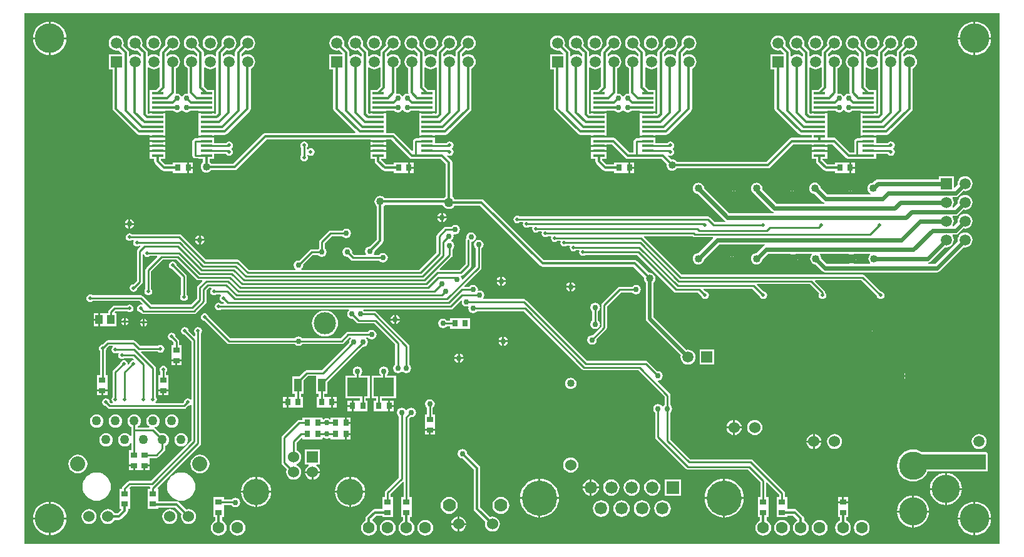
<source format=gbl>
%FSLAX43Y43*%
%MOMM*%
%SFA1B1*%

%IPPOS*%
%ADD10R,0.799998X0.899998*%
%ADD11R,0.899998X0.799998*%
%ADD29C,0.253999*%
%ADD30C,0.380999*%
%ADD31C,0.634999*%
%ADD32C,0.507999*%
%ADD55R,2.285995X2.285995*%
%ADD57R,1.269997X1.269997*%
%ADD59C,0.507999*%
%ADD60C,0.761998*%
%ADD61C,3.999992*%
%ADD62R,1.499997X1.499997*%
%ADD63C,1.499997*%
%ADD64C,1.523997*%
%ADD65C,1.777996*%
%ADD66C,1.269997*%
%ADD67C,2.031996*%
%ADD68R,1.523997X1.523997*%
%ADD69C,3.555993*%
%ADD70C,1.599997*%
%ADD71C,1.689997*%
%ADD72R,1.689997X1.689997*%
%ADD73C,4.759990*%
%ADD74C,3.809992*%
%ADD75C,2.999994*%
%ADD76R,1.499997X1.499997*%
%ADD77C,1.015998*%
%ADD78R,1.599997X0.399999*%
%ADD79R,2.793994X2.539995*%
%ADD80R,0.999998X1.799996*%
%ADD81R,0.999998X1.299997*%
%ADD82R,9.524981X2.158996*%
%ADD83R,3.682993X3.936992*%
%ADD84R,2.285995X2.539995*%
%ADD85R,2.285995X2.158996*%
%LNlp_led_cube_8x8x8-1*%
%LPD*%
G36*
X161409Y42932D02*
X29470D01*
Y114800*
X161409*
Y42932*
G37*
%LNlp_led_cube_8x8x8-2*%
%LPC*%
G36*
X125602Y59681D02*
Y58800D01*
X126483*
X126465Y58938*
X126362Y59185*
X126200Y59398*
X125987Y59560*
X125740Y59663*
X125602Y59681*
G37*
G36*
X125348D02*
X125210Y59663D01*
X124963Y59560*
X124750Y59398*
X124588Y59185*
X124485Y58938*
X124467Y58800*
X125348*
Y59681*
G37*
G36*
X73616Y60012D02*
X73089D01*
Y59435*
X73616*
Y60012*
G37*
G36*
X84327Y62495D02*
X84079Y62446D01*
X83869Y62306*
X83729Y62096*
X83680Y61848*
X83729Y61600*
X83869Y61390*
X83939Y61344*
Y60408*
X83623*
Y59100*
Y59008*
Y58481*
X85031*
Y59008*
Y59100*
Y60408*
X84715*
Y61344*
X84785Y61390*
X84925Y61600*
X84974Y61848*
X84925Y62096*
X84785Y62306*
X84575Y62446*
X84327Y62495*
G37*
G36*
X41782Y60459D02*
X41550Y60428D01*
X41334Y60339*
X41148Y60196*
X41005Y60010*
X40916Y59794*
X40885Y59562*
X40916Y59330*
X41005Y59114*
X41148Y58928*
X41334Y58785*
X41550Y58696*
X41782Y58665*
X42014Y58696*
X42230Y58785*
X42416Y58928*
X42559Y59114*
X42648Y59330*
X42679Y59562*
X42648Y59794*
X42559Y60010*
X42416Y60196*
X42230Y60339*
X42014Y60428*
X41782Y60459*
G37*
G36*
X39242D02*
X39010Y60428D01*
X38794Y60339*
X38608Y60196*
X38465Y60010*
X38376Y59794*
X38345Y59562*
X38376Y59330*
X38465Y59114*
X38608Y58928*
X38794Y58785*
X39010Y58696*
X39242Y58665*
X39474Y58696*
X39690Y58785*
X39876Y58928*
X40019Y59114*
X40108Y59330*
X40139Y59562*
X40108Y59794*
X40019Y60010*
X39876Y60196*
X39690Y60339*
X39474Y60428*
X39242Y60459*
G37*
G36*
X46862D02*
X46630Y60428D01*
X46414Y60339*
X46228Y60196*
X46085Y60010*
X45996Y59794*
X45965Y59562*
X45996Y59330*
X46085Y59114*
X46228Y58928*
X46394Y58801*
X46353Y58680*
X44831*
X44790Y58801*
X44956Y58928*
X45099Y59114*
X45188Y59330*
X45219Y59562*
X45188Y59794*
X45099Y60010*
X44956Y60196*
X44770Y60339*
X44554Y60428*
X44322Y60459*
X44090Y60428*
X43874Y60339*
X43688Y60196*
X43545Y60010*
X43456Y59794*
X43425Y59562*
X43456Y59330*
X43545Y59114*
X43688Y58928*
X43874Y58785*
X43934Y58761*
Y57531*
X43813Y57490*
X43686Y57656*
X43500Y57799*
X43284Y57888*
X43052Y57919*
X42820Y57888*
X42604Y57799*
X42418Y57656*
X42275Y57470*
X42186Y57254*
X42155Y57022*
X42186Y56790*
X42275Y56574*
X42418Y56388*
X42604Y56245*
X42820Y56156*
X43052Y56125*
X43284Y56156*
X43500Y56245*
X43686Y56388*
X43813Y56554*
X43934Y56513*
Y55582*
X43618*
Y54274*
Y54182*
Y53655*
X44322*
Y53528*
X44449*
Y52874*
X45592*
Y53528*
X45719*
Y53655*
X46423*
Y54182*
Y54274*
Y54540*
X47308*
X47457Y54569*
X47583Y54653*
X48407Y55477*
X48491Y55603*
X48520Y55752*
Y56221*
X48580Y56245*
X48766Y56388*
X48909Y56574*
X48998Y56790*
X49029Y57022*
X48998Y57254*
X48909Y57470*
X48766Y57656*
X48580Y57799*
X48364Y57888*
X48132Y57919*
X47900Y57888*
X47840Y57863*
X47137Y58567*
X47113Y58582*
X47125Y58709*
X47310Y58785*
X47496Y58928*
X47639Y59114*
X47728Y59330*
X47759Y59562*
X47728Y59794*
X47639Y60010*
X47496Y60196*
X47310Y60339*
X47094Y60428*
X46862Y60459*
G37*
G36*
X49402D02*
X49170Y60428D01*
X48954Y60339*
X48768Y60196*
X48625Y60010*
X48536Y59794*
X48505Y59562*
X48536Y59330*
X48625Y59114*
X48768Y58928*
X48954Y58785*
X49170Y58696*
X49402Y58665*
X49634Y58696*
X49850Y58785*
X50036Y58928*
X50179Y59114*
X50268Y59330*
X50299Y59562*
X50268Y59794*
X50179Y60010*
X50036Y60196*
X49850Y60339*
X49634Y60428*
X49402Y60459*
G37*
G36*
X73721Y61467D02*
X73194D01*
Y60890*
X73721*
Y61467*
G37*
G36*
Y62298D02*
X73194D01*
Y61721*
X73721*
Y62298*
G37*
G36*
X71711Y61975D02*
X71184D01*
Y61398*
X71711*
Y61975*
G37*
G36*
X64958Y62806D02*
X64431D01*
Y62229*
X64958*
Y62806*
G37*
G36*
X79458Y62298D02*
X78931D01*
Y61721*
X79458*
Y62298*
G37*
G36*
Y61467D02*
X78931D01*
Y60890*
X79458*
Y61467*
G37*
G36*
X78104Y66940D02*
X77856Y66891D01*
X77646Y66751*
X77506Y66541*
X77457Y66293*
X77506Y66045*
X77646Y65835*
X77716Y65789*
Y65658*
X76453*
Y62610*
X77016*
Y62298*
X76750*
Y60890*
X78058*
X78150*
X78677*
Y61594*
Y62298*
X78150*
X78058*
X77792*
Y62610*
X79755*
Y65658*
X78492*
Y65789*
X78562Y65835*
X78702Y66045*
X78751Y66293*
X78702Y66541*
X78562Y66751*
X78352Y66891*
X78104Y66940*
G37*
G36*
X64958Y61975D02*
X64431D01*
Y61398*
X64958*
Y61975*
G37*
G36*
X81787Y61352D02*
X81539Y61303D01*
X81329Y61163*
X81215Y60993*
X81089*
X80975Y61163*
X80765Y61303*
X80517Y61352*
X80269Y61303*
X80059Y61163*
X79919Y60953*
X79870Y60705*
X79919Y60457*
X80059Y60247*
X80129Y60201*
Y51914*
X78337Y50123*
X78253Y49997*
X78224Y49848*
Y49232*
X77908*
Y47924*
Y47832*
Y47631*
X76896*
X76723Y47597*
X76576Y47498*
X75752Y46674*
X75653Y46527*
X75619Y46354*
Y46037*
X75540Y46005*
X75320Y45836*
X75151Y45616*
X75045Y45359*
X75009Y45084*
X75045Y44809*
X75151Y44552*
X75320Y44332*
X75540Y44163*
X75797Y44057*
X76072Y44021*
X76347Y44057*
X76604Y44163*
X76824Y44332*
X76993Y44552*
X77099Y44809*
X77135Y45084*
X77099Y45359*
X76993Y45616*
X76824Y45836*
X76604Y46005*
X76525Y46037*
Y46166*
X77084Y46725*
X77908*
Y46524*
X79316*
Y47832*
Y47924*
Y49232*
X79000*
Y49687*
X80646Y51333*
X80764Y51284*
Y49232*
X80448*
Y47924*
Y47832*
Y46524*
X80699*
Y46037*
X80620Y46005*
X80400Y45836*
X80231Y45616*
X80125Y45359*
X80089Y45084*
X80125Y44809*
X80231Y44552*
X80400Y44332*
X80620Y44163*
X80877Y44057*
X81152Y44021*
X81427Y44057*
X81684Y44163*
X81904Y44332*
X82073Y44552*
X82179Y44809*
X82215Y45084*
X82179Y45359*
X82073Y45616*
X81904Y45836*
X81684Y46005*
X81605Y46037*
Y46524*
X81856*
Y47832*
Y47924*
Y49232*
X81540*
Y59909*
X81705Y60074*
X81787Y60058*
X82035Y60107*
X82245Y60247*
X82385Y60457*
X82434Y60705*
X82385Y60953*
X82245Y61163*
X82035Y61303*
X81787Y61352*
G37*
G36*
X68498Y60012D02*
X68427D01*
X68406*
X67098*
Y59696*
X66674*
X66525Y59667*
X66399Y59583*
X64367Y57551*
X64283Y57425*
X64254Y57276*
Y53910*
X64283Y53762*
X64367Y53636*
X64973Y53030*
X64922Y52906*
X64887Y52640*
X64922Y52375*
X65025Y52128*
X65187Y51916*
X65400Y51753*
X65647Y51651*
X65912Y51616*
X66177Y51651*
X66424Y51753*
X66637Y51916*
X66799Y52128*
X66902Y52375*
X66937Y52640*
X66902Y52906*
X66799Y53153*
X66637Y53365*
X66424Y53528*
X66267Y53593*
Y53720*
X66424Y53785*
X66637Y53948*
X66799Y54160*
X66902Y54407*
X66937Y54673*
X66902Y54938*
X66799Y55185*
X66637Y55397*
X66424Y55560*
X66300Y55611*
Y56607*
X66981Y57287*
X67098Y57239*
Y57080*
X68406*
X68498*
X69806*
Y57254*
X69918Y57314*
X70109Y57186*
X70357Y57137*
X70605Y57186*
X70796Y57314*
X70908Y57254*
Y57080*
X72216*
X72308*
X72835*
Y57784*
X72962*
Y57911*
X73616*
Y58488*
Y58604*
Y59181*
X72962*
Y59308*
X72835*
Y60012*
X72308*
X72216*
X70908*
Y59838*
X70796Y59778*
X70605Y59906*
X70357Y59955*
X70109Y59906*
X69918Y59778*
X69806Y59838*
Y60012*
X68498*
G37*
G36*
X136143Y56641D02*
X135262D01*
X135280Y56503*
X135383Y56256*
X135545Y56043*
X135758Y55881*
X136005Y55778*
X136143Y55760*
Y56641*
G37*
G36*
X158622Y57781D02*
X158360Y57746D01*
X158116Y57645*
X157906Y57484*
X157745Y57274*
X157644Y57030*
X157609Y56768*
X157644Y56506*
X157745Y56262*
X157906Y56052*
X158116Y55891*
X158360Y55790*
X158622Y55755*
X158884Y55790*
X159128Y55891*
X159338Y56052*
X159499Y56262*
X159600Y56506*
X159635Y56768*
X159600Y57030*
X159499Y57274*
X159338Y57484*
X159128Y57645*
X158884Y57746*
X158622Y57781*
G37*
G36*
X40512Y57919D02*
X40280Y57888D01*
X40064Y57799*
X39878Y57656*
X39735Y57470*
X39646Y57254*
X39615Y57022*
X39646Y56790*
X39735Y56574*
X39878Y56388*
X40064Y56245*
X40280Y56156*
X40512Y56125*
X40744Y56156*
X40960Y56245*
X41146Y56388*
X41289Y56574*
X41378Y56790*
X41409Y57022*
X41378Y57254*
X41289Y57470*
X41146Y57656*
X40960Y57799*
X40744Y57888*
X40512Y57919*
G37*
G36*
X137278Y56641D02*
X136397D01*
Y55760*
X136535Y55778*
X136782Y55881*
X136995Y56043*
X137157Y56256*
X137260Y56503*
X137278Y56641*
G37*
G36*
X44195Y53401D02*
X43618D01*
Y52874*
X44195*
Y53401*
G37*
G36*
X69468Y55688D02*
X67436D01*
Y53657*
X67924*
X67949Y53532*
X67940Y53528*
X67727Y53365*
X67565Y53153*
X67462Y52906*
X67444Y52768*
X69460*
X69442Y52906*
X69339Y53153*
X69177Y53365*
X68964Y53528*
X68955Y53532*
X68980Y53657*
X69468*
Y55688*
G37*
G36*
X139064Y57793D02*
X138799Y57758D01*
X138552Y57655*
X138339Y57493*
X138177Y57280*
X138074Y57033*
X138039Y56768*
X138074Y56503*
X138177Y56256*
X138339Y56043*
X138552Y55881*
X138799Y55778*
X139064Y55743*
X139329Y55778*
X139576Y55881*
X139789Y56043*
X139951Y56256*
X140054Y56503*
X140089Y56768*
X140054Y57033*
X139951Y57280*
X139789Y57493*
X139576Y57655*
X139329Y57758*
X139064Y57793*
G37*
G36*
X46423Y53401D02*
X45846D01*
Y52874*
X46423*
Y53401*
G37*
G36*
X50672Y57919D02*
X50440Y57888D01*
X50224Y57799*
X50038Y57656*
X49895Y57470*
X49806Y57254*
X49775Y57022*
X49806Y56790*
X49895Y56574*
X50038Y56388*
X50224Y56245*
X50440Y56156*
X50672Y56125*
X50904Y56156*
X51120Y56245*
X51306Y56388*
X51449Y56574*
X51538Y56790*
X51569Y57022*
X51538Y57254*
X51449Y57470*
X51306Y57656*
X51120Y57799*
X50904Y57888*
X50672Y57919*
G37*
G36*
X126483Y58546D02*
X125602D01*
Y57665*
X125740Y57683*
X125987Y57786*
X126200Y57948*
X126362Y58161*
X126465Y58408*
X126483Y58546*
G37*
G36*
X125348D02*
X124467D01*
X124485Y58408*
X124588Y58161*
X124750Y57948*
X124963Y57786*
X125210Y57683*
X125348Y57665*
Y58546*
G37*
G36*
X85031Y58227D02*
X84454D01*
Y57700*
X85031*
Y58227*
G37*
G36*
X84200D02*
X83623D01*
Y57700*
X84200*
Y58227*
G37*
G36*
X136397Y57776D02*
Y56895D01*
X137278*
X137260Y57033*
X137157Y57280*
X136995Y57493*
X136782Y57655*
X136535Y57758*
X136397Y57776*
G37*
G36*
X136143D02*
X136005Y57758D01*
X135758Y57655*
X135545Y57493*
X135383Y57280*
X135280Y57033*
X135262Y56895*
X136143*
Y57776*
G37*
G36*
X128269Y59698D02*
X128004Y59663D01*
X127757Y59560*
X127544Y59398*
X127382Y59185*
X127279Y58938*
X127244Y58673*
X127279Y58408*
X127382Y58161*
X127544Y57948*
X127757Y57786*
X128004Y57683*
X128269Y57648*
X128534Y57683*
X128781Y57786*
X128994Y57948*
X129156Y58161*
X129259Y58408*
X129294Y58673*
X129259Y58938*
X129156Y59185*
X128994Y59398*
X128781Y59560*
X128534Y59663*
X128269Y59698*
G37*
G36*
X73616Y57657D02*
X73089D01*
Y57080*
X73616*
Y57657*
G37*
G36*
X71711Y62806D02*
X71184D01*
Y62229*
X71711*
Y62806*
G37*
G36*
X143890Y70611D02*
X143009D01*
X143027Y70473*
X143130Y70226*
X143292Y70013*
X143505Y69851*
X143752Y69748*
X143890Y69730*
Y70611*
G37*
G36*
X49402Y71510D02*
X49204Y71471D01*
X49036Y71358*
X48923Y71190*
X48884Y70992*
X48923Y70794*
X49036Y70626*
X49204Y70513*
X49363Y70482*
X49649Y70196*
Y69806*
X49333*
Y68498*
Y68406*
Y67879*
X50741*
Y68406*
Y68498*
Y69806*
X50425*
Y70357*
X50396Y70506*
X50312Y70632*
X49912Y71031*
X49881Y71190*
X49768Y71358*
X49600Y71471*
X49402Y71510*
G37*
G36*
X94106Y70230D02*
X93611D01*
X93635Y70109*
X93775Y69899*
X93985Y69759*
X94106Y69735*
Y70230*
G37*
G36*
X145025Y70611D02*
X144144D01*
Y69730*
X144282Y69748*
X144529Y69851*
X144742Y70013*
X144904Y70226*
X145007Y70473*
X145025Y70611*
G37*
G36*
X88391Y68693D02*
Y68198D01*
X88886*
X88862Y68319*
X88722Y68529*
X88512Y68669*
X88391Y68693*
G37*
G36*
X88137D02*
X88016Y68669D01*
X87806Y68529*
X87666Y68319*
X87642Y68198*
X88137*
Y68693*
G37*
G36*
X135254Y69206D02*
Y68325D01*
X136135*
X136117Y68463*
X136014Y68710*
X135852Y68923*
X135639Y69085*
X135392Y69188*
X135254Y69206*
G37*
G36*
X135000D02*
X134862Y69188D01*
X134615Y69085*
X134402Y68923*
X134240Y68710*
X134137Y68463*
X134119Y68325*
X135000*
Y69206*
G37*
G36*
X94855Y70230D02*
X94360D01*
Y69735*
X94481Y69759*
X94691Y69899*
X94831Y70109*
X94855Y70230*
G37*
G36*
X70123Y74532D02*
X69779Y74499D01*
X69449Y74398*
X69144Y74235*
X68877Y74016*
X68658Y73749*
X68495Y73444*
X68394Y73114*
X68361Y72770*
X68394Y72426*
X68495Y72096*
X68658Y71791*
X68877Y71524*
X69144Y71305*
X69449Y71142*
X69779Y71041*
X70123Y71008*
X70467Y71041*
X70797Y71142*
X71102Y71305*
X71369Y71524*
X71588Y71791*
X71751Y72096*
X71852Y72426*
X71885Y72770*
X71852Y73114*
X71751Y73444*
X71588Y73749*
X71369Y74016*
X71102Y74235*
X70797Y74398*
X70467Y74499*
X70123Y74532*
G37*
G36*
X144144Y71746D02*
Y70865D01*
X145025*
X145007Y71003*
X144904Y71250*
X144742Y71463*
X144529Y71625*
X144282Y71728*
X144144Y71746*
G37*
G36*
X64373Y72643D02*
X62750D01*
Y71020*
X62967Y71041*
X63297Y71142*
X63602Y71305*
X63869Y71524*
X64088Y71791*
X64251Y72096*
X64352Y72426*
X64373Y72643*
G37*
G36*
X62496D02*
X60873D01*
X60894Y72426*
X60995Y72096*
X61158Y71791*
X61377Y71524*
X61644Y71305*
X61949Y71142*
X62279Y71041*
X62496Y71020*
Y72643*
G37*
G36*
X94360Y70979D02*
Y70484D01*
X94855*
X94831Y70605*
X94691Y70815*
X94481Y70955*
X94360Y70979*
G37*
G36*
X94106D02*
X93985Y70955D01*
X93775Y70815*
X93635Y70605*
X93611Y70484*
X94106*
Y70979*
G37*
G36*
X143890Y71746D02*
X143752Y71728D01*
X143505Y71625*
X143292Y71463*
X143130Y71250*
X143027Y71003*
X143009Y70865*
X143890*
Y71746*
G37*
G36*
X53847Y74177D02*
X53649Y74138D01*
X53481Y74025*
X53368Y73857*
X53329Y73659*
X53368Y73461*
X53481Y73293*
X53649Y73180*
X53808Y73149*
X56874Y70082*
X57000Y69998*
X57149Y69969*
X66043*
X66089Y69899*
X66299Y69759*
X66547Y69710*
X66795Y69759*
X67005Y69899*
X67051Y69969*
X72389*
X72538Y69998*
X72664Y70082*
X73440Y70858*
X73618*
X73655Y70737*
X73582Y70688*
X73442Y70478*
X73393Y70230*
X73404Y70172*
X69660Y66427*
X67662*
X67513Y66398*
X67387Y66314*
X66636Y65562*
X65717*
Y63254*
X66083*
Y62806*
X65831*
X65739*
X65212*
Y62102*
Y61398*
X65739*
X65831*
X67139*
Y62806*
X66859*
Y63254*
X67225*
Y65053*
X67823Y65651*
X68917*
Y65562*
Y63254*
X69283*
Y62806*
X69003*
Y61398*
X70311*
X70403*
X70930*
Y62102*
Y62806*
X70403*
X70311*
X70059*
Y63254*
X70425*
Y64796*
X75228Y69599*
X75310Y69583*
X75558Y69632*
X75768Y69772*
X75908Y69982*
X75957Y70230*
X75908Y70478*
X75768Y70688*
X75695Y70737*
X75732Y70858*
X75949*
X75995Y70789*
X76205Y70649*
X76453Y70599*
X76701Y70649*
X76911Y70789*
X77051Y70999*
X77100Y71247*
X77051Y71494*
X76911Y71704*
X76701Y71845*
X76453Y71894*
X76205Y71845*
X75995Y71704*
X75949Y71635*
X73279*
X73130Y71606*
X73004Y71521*
X72228Y70745*
X67051*
X67005Y70815*
X66795Y70955*
X66547Y71004*
X66299Y70955*
X66089Y70815*
X66043Y70745*
X57310*
X54357Y73698*
X54326Y73857*
X54213Y74025*
X54045Y74138*
X53847Y74177*
G37*
G36*
X88886Y67944D02*
X88391D01*
Y67449*
X88512Y67473*
X88722Y67613*
X88862Y67823*
X88886Y67944*
G37*
G36*
X103377Y65411D02*
X103178Y65384D01*
X102993Y65308*
X102834Y65185*
X102711Y65026*
X102635Y64841*
X102608Y64642*
X102635Y64443*
X102711Y64258*
X102834Y64099*
X102993Y63976*
X103178Y63900*
X103377Y63873*
X103576Y63900*
X103761Y63976*
X103920Y64099*
X104043Y64258*
X104119Y64443*
X104146Y64642*
X104119Y64841*
X104043Y65026*
X103920Y65185*
X103761Y65308*
X103576Y65384*
X103377Y65411*
G37*
G36*
X48963Y63561D02*
X48386D01*
Y63034*
X48963*
Y63561*
G37*
G36*
X147319Y65531D02*
X146310D01*
X146332Y65360*
X146448Y65082*
X146631Y64843*
X146870Y64660*
X147148Y64544*
X147319Y64522*
Y65531*
G37*
G36*
X48259Y67065D02*
X48061Y67026D01*
X47893Y66913*
X47780Y66745*
X47741Y66547*
X47780Y66349*
X47871Y66214*
Y65742*
X47555*
Y64434*
Y64342*
Y63815*
X48963*
Y64342*
Y64434*
Y65742*
X48647*
Y66214*
X48738Y66349*
X48777Y66547*
X48738Y66745*
X48625Y66913*
X48457Y67026*
X48259Y67065*
G37*
G36*
X39877Y63561D02*
X39300D01*
Y63034*
X39877*
Y63561*
G37*
G36*
X74548Y66940D02*
X74300Y66891D01*
X74090Y66751*
X73950Y66541*
X73901Y66293*
X73950Y66045*
X74090Y65835*
X74160Y65789*
Y65658*
X72897*
Y62610*
X74860*
Y62298*
X74594*
X74502*
X73975*
Y61594*
Y60890*
X74502*
X74594*
X75902*
Y62298*
X75636*
Y62610*
X76199*
Y65658*
X74936*
Y65789*
X75006Y65835*
X75146Y66045*
X75195Y66293*
X75146Y66541*
X75006Y66751*
X74796Y66891*
X74548Y66940*
G37*
G36*
X48132Y63561D02*
X47555D01*
Y63034*
X48132*
Y63561*
G37*
G36*
X40708D02*
X40131D01*
Y63034*
X40708*
Y63561*
G37*
G36*
X148582Y65531D02*
X147573D01*
Y64522*
X147744Y64544*
X148022Y64660*
X148261Y64843*
X148444Y65082*
X148560Y65360*
X148582Y65531*
G37*
G36*
X136135Y68071D02*
X135254D01*
Y67190*
X135392Y67208*
X135639Y67311*
X135852Y67473*
X136014Y67686*
X136117Y67933*
X136135Y68071*
G37*
G36*
X135000D02*
X134119D01*
X134137Y67933*
X134240Y67686*
X134402Y67473*
X134615Y67311*
X134862Y67208*
X135000Y67190*
Y68071*
G37*
G36*
X88137Y67944D02*
X87642D01*
X87666Y67823*
X87806Y67613*
X88016Y67473*
X88137Y67449*
Y67944*
G37*
G36*
X122796Y69202D02*
X120788D01*
Y67194*
X122796*
Y69202*
G37*
G36*
X147573Y66794D02*
Y65785D01*
X148582*
X148560Y65956*
X148444Y66234*
X148261Y66473*
X148022Y66656*
X147744Y66772*
X147573Y66794*
G37*
G36*
X147319D02*
X147148Y66772D01*
X146870Y66656*
X146631Y66473*
X146448Y66234*
X146332Y65956*
X146310Y65785*
X147319*
Y66794*
G37*
G36*
X50741Y67625D02*
X50164D01*
Y67098*
X50741*
Y67625*
G37*
G36*
X49910D02*
X49333D01*
Y67098*
X49910*
Y67625*
G37*
G36*
X99010Y48996D02*
X96505D01*
X96527Y48710*
X96624Y48307*
X96783Y47923*
X96999Y47570*
X97269Y47255*
X97584Y46985*
X97937Y46769*
X98321Y46610*
X98724Y46513*
X99010Y46491*
Y48996*
G37*
G36*
X158114Y48606D02*
Y46481D01*
X160239*
X160208Y46796*
X160080Y47221*
X159870Y47612*
X159589Y47956*
X159245Y48237*
X158854Y48446*
X158429Y48575*
X158114Y48606*
G37*
G36*
X124000Y48996D02*
X121495D01*
X121517Y48710*
X121614Y48307*
X121773Y47923*
X121989Y47570*
X122259Y47255*
X122574Y46985*
X122927Y46769*
X123311Y46610*
X123714Y46513*
X124000Y46491*
Y48996*
G37*
G36*
X101769D02*
X99264D01*
Y46491*
X99550Y46513*
X99953Y46610*
X100337Y46769*
X100690Y46985*
X101005Y47255*
X101275Y47570*
X101491Y47923*
X101650Y48307*
X101747Y48710*
X101769Y48996*
G37*
G36*
X32765Y48606D02*
X32450Y48575D01*
X32025Y48446*
X31634Y48237*
X31290Y47956*
X31009Y47612*
X30800Y47221*
X30671Y46796*
X30640Y46481*
X32765*
Y48606*
G37*
G36*
X88327Y46600D02*
Y45719D01*
X89209*
X89190Y45857*
X89088Y46104*
X88925Y46317*
X88713Y46479*
X88466Y46582*
X88327Y46600*
G37*
G36*
X157860Y48606D02*
X157545Y48575D01*
X157120Y48446*
X156729Y48237*
X156385Y47956*
X156104Y47612*
X155894Y47221*
X155766Y46796*
X155735Y46481*
X157860*
Y48606*
G37*
G36*
X33019D02*
Y46481D01*
X35144*
X35113Y46796*
X34985Y47221*
X34775Y47612*
X34494Y47956*
X34150Y48237*
X33759Y48446*
X33334Y48575*
X33019Y48606*
G37*
G36*
X126759Y48996D02*
X124254D01*
Y46491*
X124540Y46513*
X124943Y46610*
X125327Y46769*
X125680Y46985*
X125995Y47255*
X126265Y47570*
X126481Y47923*
X126640Y48307*
X126737Y48710*
X126759Y48996*
G37*
G36*
X93915Y49285D02*
X93617Y49246D01*
X93339Y49130*
X93100Y48947*
X92917Y48708*
X92802Y48430*
X92763Y48132*
X92802Y47834*
X92917Y47556*
X93100Y47317*
X93339Y47134*
X93617Y47018*
X93915Y46979*
X94214Y47018*
X94492Y47134*
X94731Y47317*
X94914Y47556*
X95029Y47834*
X95068Y48132*
X95029Y48430*
X94914Y48708*
X94731Y48947*
X94492Y49130*
X94214Y49246*
X93915Y49285*
G37*
G36*
X86931D02*
X86632Y49246D01*
X86354Y49130*
X86115Y48947*
X85932Y48708*
X85817Y48430*
X85778Y48132*
X85817Y47834*
X85932Y47556*
X86115Y47317*
X86354Y47134*
X86632Y47018*
X86931Y46979*
X87229Y47018*
X87507Y47134*
X87746Y47317*
X87929Y47556*
X88044Y47834*
X88083Y48132*
X88044Y48430*
X87929Y48708*
X87746Y48947*
X87507Y49130*
X87229Y49246*
X86931Y49285*
G37*
G36*
X149795Y49463D02*
Y47434D01*
X151825*
X151796Y47730*
X151673Y48137*
X151472Y48512*
X151203Y48841*
X150874Y49110*
X150499Y49311*
X150092Y49434*
X149795Y49463*
G37*
G36*
X149541D02*
X149245Y49434D01*
X148838Y49311*
X148463Y49110*
X148134Y48841*
X147865Y48512*
X147664Y48137*
X147541Y47730*
X147512Y47434*
X149541*
Y49463*
G37*
G36*
X110247Y48811D02*
X109960Y48774D01*
X109693Y48663*
X109463Y48487*
X109287Y48257*
X109176Y47990*
X109139Y47703*
X109176Y47416*
X109287Y47149*
X109463Y46919*
X109693Y46743*
X109960Y46632*
X110247Y46595*
X110534Y46632*
X110801Y46743*
X111031Y46919*
X111207Y47149*
X111318Y47416*
X111355Y47703*
X111318Y47990*
X111207Y48257*
X111031Y48487*
X110801Y48663*
X110534Y48774*
X110247Y48811*
G37*
G36*
X107477D02*
X107190Y48774D01*
X106923Y48663*
X106693Y48487*
X106517Y48257*
X106406Y47990*
X106369Y47703*
X106406Y47416*
X106517Y47149*
X106693Y46919*
X106923Y46743*
X107190Y46632*
X107477Y46595*
X107764Y46632*
X108031Y46743*
X108261Y46919*
X108437Y47149*
X108548Y47416*
X108585Y47703*
X108548Y47990*
X108437Y48257*
X108261Y48487*
X108031Y48663*
X107764Y48774*
X107477Y48811*
G37*
G36*
X115787D02*
X115500Y48774D01*
X115233Y48663*
X115003Y48487*
X114827Y48257*
X114716Y47990*
X114679Y47703*
X114716Y47416*
X114827Y47149*
X115003Y46919*
X115233Y46743*
X115500Y46632*
X115787Y46595*
X116074Y46632*
X116341Y46743*
X116571Y46919*
X116747Y47149*
X116858Y47416*
X116895Y47703*
X116858Y47990*
X116747Y48257*
X116571Y48487*
X116341Y48663*
X116074Y48774*
X115787Y48811*
G37*
G36*
X113017D02*
X112730Y48774D01*
X112463Y48663*
X112233Y48487*
X112057Y48257*
X111946Y47990*
X111909Y47703*
X111946Y47416*
X112057Y47149*
X112233Y46919*
X112463Y46743*
X112730Y46632*
X113017Y46595*
X113304Y46632*
X113571Y46743*
X113801Y46919*
X113977Y47149*
X114088Y47416*
X114125Y47703*
X114088Y47990*
X113977Y48257*
X113801Y48487*
X113571Y48663*
X113304Y48774*
X113017Y48811*
G37*
G36*
X88074Y46600D02*
X87935Y46582D01*
X87688Y46479*
X87476Y46317*
X87313Y46104*
X87211Y45857*
X87192Y45719*
X88074*
Y46600*
G37*
G36*
X142747Y46147D02*
X142472Y46111D01*
X142215Y46005*
X141995Y45836*
X141826Y45616*
X141720Y45359*
X141684Y45084*
X141720Y44809*
X141826Y44552*
X141995Y44332*
X142215Y44163*
X142472Y44057*
X142747Y44021*
X143022Y44057*
X143279Y44163*
X143499Y44332*
X143668Y44552*
X143774Y44809*
X143810Y45084*
X143774Y45359*
X143668Y45616*
X143499Y45836*
X143279Y46005*
X143022Y46111*
X142747Y46147*
G37*
G36*
X137032D02*
X136757Y46111D01*
X136500Y46005*
X136280Y45836*
X136111Y45616*
X136005Y45359*
X135969Y45084*
X136005Y44809*
X136111Y44552*
X136280Y44332*
X136500Y44163*
X136757Y44057*
X137032Y44021*
X137307Y44057*
X137564Y44163*
X137784Y44332*
X137953Y44552*
X138059Y44809*
X138095Y45084*
X138059Y45359*
X137953Y45616*
X137784Y45836*
X137564Y46005*
X137307Y46111*
X137032Y46147*
G37*
G36*
X35144Y46227D02*
X33019D01*
Y44102*
X33334Y44133*
X33759Y44262*
X34150Y44471*
X34494Y44752*
X34775Y45096*
X34985Y45487*
X35113Y45912*
X35144Y46227*
G37*
G36*
X32765D02*
X30640D01*
X30671Y45912*
X30800Y45487*
X31009Y45096*
X31290Y44752*
X31634Y44471*
X32025Y44262*
X32450Y44133*
X32765Y44102*
Y46227*
G37*
G36*
X78612Y46147D02*
X78337Y46111D01*
X78080Y46005*
X77860Y45836*
X77691Y45616*
X77585Y45359*
X77549Y45084*
X77585Y44809*
X77691Y44552*
X77860Y44332*
X78080Y44163*
X78337Y44057*
X78612Y44021*
X78887Y44057*
X79144Y44163*
X79364Y44332*
X79533Y44552*
X79639Y44809*
X79675Y45084*
X79639Y45359*
X79533Y45616*
X79364Y45836*
X79144Y46005*
X78887Y46111*
X78612Y46147*
G37*
G36*
X58292D02*
X58017Y46111D01*
X57760Y46005*
X57540Y45836*
X57371Y45616*
X57265Y45359*
X57229Y45084*
X57265Y44809*
X57371Y44552*
X57540Y44332*
X57760Y44163*
X58017Y44057*
X58292Y44021*
X58567Y44057*
X58824Y44163*
X59044Y44332*
X59213Y44552*
X59319Y44809*
X59355Y45084*
X59319Y45359*
X59213Y45616*
X59044Y45836*
X58824Y46005*
X58567Y46111*
X58292Y46147*
G37*
G36*
X131952D02*
X131677Y46111D01*
X131420Y46005*
X131200Y45836*
X131031Y45616*
X130925Y45359*
X130889Y45084*
X130925Y44809*
X131031Y44552*
X131200Y44332*
X131420Y44163*
X131677Y44057*
X131952Y44021*
X132227Y44057*
X132484Y44163*
X132704Y44332*
X132873Y44552*
X132979Y44809*
X133015Y45084*
X132979Y45359*
X132873Y45616*
X132704Y45836*
X132484Y46005*
X132227Y46111*
X131952Y46147*
G37*
G36*
X83692D02*
X83417Y46111D01*
X83160Y46005*
X82940Y45836*
X82771Y45616*
X82665Y45359*
X82629Y45084*
X82665Y44809*
X82771Y44552*
X82940Y44332*
X83160Y44163*
X83417Y44057*
X83692Y44021*
X83967Y44057*
X84224Y44163*
X84444Y44332*
X84613Y44552*
X84719Y44809*
X84755Y45084*
X84719Y45359*
X84613Y45616*
X84444Y45836*
X84224Y46005*
X83967Y46111*
X83692Y46147*
G37*
G36*
X157860Y46227D02*
X155735D01*
X155766Y45912*
X155894Y45487*
X156104Y45096*
X156385Y44752*
X156729Y44471*
X157120Y44262*
X157545Y44133*
X157860Y44102*
Y46227*
G37*
G36*
X151825Y47180D02*
X149795D01*
Y45150*
X150092Y45179*
X150499Y45302*
X150874Y45503*
X151203Y45772*
X151472Y46101*
X151673Y46476*
X151796Y46883*
X151825Y47180*
G37*
G36*
X149541D02*
X147512D01*
X147541Y46883*
X147664Y46476*
X147865Y46101*
X148134Y45772*
X148463Y45503*
X148838Y45302*
X149245Y45179*
X149541Y45150*
Y47180*
G37*
G36*
X49148Y47633D02*
X48883Y47598D01*
X48636Y47495*
X48423Y47333*
X48261Y47120*
X48158Y46873*
X48123Y46608*
X48158Y46343*
X48261Y46096*
X48423Y45883*
X48636Y45721*
X48883Y45618*
X49148Y45583*
X49413Y45618*
X49660Y45721*
X49873Y45883*
X50035Y46096*
X50138Y46343*
X50173Y46608*
X50138Y46873*
X50035Y47120*
X49873Y47333*
X49660Y47495*
X49413Y47598*
X49148Y47633*
G37*
G36*
X38226D02*
X37961Y47598D01*
X37714Y47495*
X37501Y47333*
X37339Y47120*
X37236Y46873*
X37201Y46608*
X37236Y46343*
X37339Y46096*
X37501Y45883*
X37714Y45721*
X37961Y45618*
X38226Y45583*
X38491Y45618*
X38738Y45721*
X38951Y45883*
X39113Y46096*
X39216Y46343*
X39251Y46608*
X39216Y46873*
X39113Y47120*
X38951Y47333*
X38738Y47495*
X38491Y47598*
X38226Y47633*
G37*
G36*
X88725Y55764D02*
X88477Y55715D01*
X88267Y55575*
X88126Y55365*
X88077Y55117*
X88126Y54869*
X88267Y54659*
X88477Y54519*
X88725Y54470*
X88730Y54471*
X90224Y52977*
Y47687*
X90258Y47514*
X90357Y47367*
X91807Y45916*
X91783Y45857*
X91748Y45592*
X91783Y45327*
X91885Y45080*
X92048Y44867*
X92260Y44705*
X92507Y44602*
X92772Y44567*
X93038Y44602*
X93285Y44705*
X93497Y44867*
X93660Y45080*
X93762Y45327*
X93797Y45592*
X93762Y45857*
X93660Y46104*
X93497Y46317*
X93285Y46479*
X93038Y46582*
X92772Y46617*
X92507Y46582*
X92448Y46557*
X91130Y47875*
Y53165*
X91096Y53338*
X90997Y53485*
X89371Y55112*
X89372Y55117*
X89323Y55365*
X89182Y55575*
X88972Y55715*
X88725Y55764*
G37*
G36*
X160239Y46227D02*
X158114D01*
Y44102*
X158429Y44133*
X158854Y44262*
X159245Y44471*
X159589Y44752*
X159870Y45096*
X160080Y45487*
X160208Y45912*
X160239Y46227*
G37*
G36*
X89209Y45465D02*
X88327D01*
Y44584*
X88466Y44602*
X88713Y44705*
X88925Y44867*
X89088Y45080*
X89190Y45327*
X89209Y45465*
G37*
G36*
X88074D02*
X87192D01*
X87211Y45327*
X87313Y45080*
X87476Y44867*
X87688Y44705*
X87935Y44602*
X88074Y44584*
Y45465*
G37*
G36*
X56456Y49232D02*
X55048D01*
Y47924*
Y47832*
Y46524*
X55299*
Y46037*
X55220Y46005*
X55000Y45836*
X54831Y45616*
X54725Y45359*
X54689Y45084*
X54725Y44809*
X54831Y44552*
X55000Y44332*
X55220Y44163*
X55477Y44057*
X55752Y44021*
X56027Y44057*
X56284Y44163*
X56504Y44332*
X56673Y44552*
X56779Y44809*
X56815Y45084*
X56779Y45359*
X56673Y45616*
X56504Y45836*
X56284Y46005*
X56205Y46037*
Y46524*
X56456*
Y47832*
Y47924*
Y48190*
X57490*
X57580Y48055*
X57790Y47915*
X58038Y47866*
X58286Y47915*
X58496Y48055*
X58636Y48265*
X58685Y48513*
X58636Y48761*
X58496Y48971*
X58286Y49111*
X58038Y49160*
X57790Y49111*
X57580Y48971*
X57577Y48966*
X56456*
Y49232*
G37*
G36*
X73405Y52003D02*
X73134Y51976D01*
X72751Y51860*
X72398Y51671*
X72088Y51417*
X71834Y51108*
X71646Y50755*
X71529Y50372*
X71503Y50101*
X73405*
Y52003*
G37*
G36*
X60959D02*
Y50101D01*
X62861*
X62835Y50372*
X62718Y50755*
X62530Y51108*
X62276Y51417*
X61966Y51671*
X61613Y51860*
X61230Y51976*
X60959Y52003*
G37*
G36*
X153987Y52511D02*
X153690Y52482D01*
X153283Y52359*
X152908Y52158*
X152579Y51889*
X152310Y51560*
X152109Y51185*
X151986Y50778*
X151957Y50481*
X153987*
Y52511*
G37*
G36*
X73659Y52003D02*
Y50101D01*
X75561*
X75535Y50372*
X75418Y50755*
X75230Y51108*
X74976Y51417*
X74666Y51671*
X74313Y51860*
X73930Y51976*
X73659Y52003*
G37*
G36*
X105965Y50416D02*
X105000D01*
X105021Y50256*
X105132Y49989*
X105308Y49759*
X105538Y49583*
X105805Y49472*
X105965Y49451*
Y50416*
G37*
G36*
X118271Y51642D02*
X116073D01*
Y49444*
X118271*
Y51642*
G37*
G36*
X60705Y52003D02*
X60434Y51976D01*
X60051Y51860*
X59698Y51671*
X59388Y51417*
X59134Y51108*
X58946Y50755*
X58829Y50372*
X58803Y50101*
X60705*
Y52003*
G37*
G36*
X107184Y50416D02*
X106219D01*
Y49451*
X106379Y49472*
X106646Y49583*
X106876Y49759*
X107052Y49989*
X107163Y50256*
X107184Y50416*
G37*
G36*
X154241Y52511D02*
Y50481D01*
X156270*
X156241Y50778*
X156118Y51185*
X155917Y51560*
X155648Y51889*
X155319Y52158*
X154944Y52359*
X154537Y52482*
X154241Y52511*
G37*
G36*
X36702Y55001D02*
X36370Y54957D01*
X36062Y54829*
X35796Y54626*
X35593Y54360*
X35465Y54052*
X35421Y53720*
X35465Y53388*
X35593Y53080*
X35796Y52814*
X36062Y52611*
X36370Y52483*
X36702Y52439*
X37034Y52483*
X37342Y52611*
X37608Y52814*
X37811Y53080*
X37939Y53388*
X37983Y53720*
X37939Y54052*
X37811Y54360*
X37608Y54626*
X37342Y54829*
X37034Y54957*
X36702Y55001*
G37*
G36*
X69460Y52513D02*
X68579D01*
Y51632*
X68717Y51651*
X68964Y51753*
X69177Y51916*
X69339Y52128*
X69442Y52375*
X69460Y52513*
G37*
G36*
X103377Y54618D02*
X103112Y54583D01*
X102865Y54480*
X102652Y54318*
X102490Y54105*
X102387Y53858*
X102352Y53593*
X102387Y53328*
X102490Y53081*
X102652Y52868*
X102865Y52706*
X103112Y52603*
X103377Y52568*
X103642Y52603*
X103889Y52706*
X104102Y52868*
X104264Y53081*
X104367Y53328*
X104402Y53593*
X104367Y53858*
X104264Y54105*
X104102Y54318*
X103889Y54480*
X103642Y54583*
X103377Y54618*
G37*
G36*
X53212Y55001D02*
X52880Y54957D01*
X52572Y54829*
X52306Y54626*
X52103Y54360*
X51975Y54052*
X51931Y53720*
X51975Y53388*
X52103Y53080*
X52306Y52814*
X52572Y52611*
X52880Y52483*
X53212Y52439*
X53544Y52483*
X53852Y52611*
X54118Y52814*
X54321Y53080*
X54449Y53388*
X54493Y53720*
X54449Y54052*
X54321Y54360*
X54118Y54626*
X53852Y54829*
X53544Y54957*
X53212Y55001*
G37*
G36*
X106219Y51635D02*
Y50670D01*
X107184*
X107163Y50830*
X107052Y51097*
X106876Y51327*
X106646Y51503*
X106379Y51614*
X106219Y51635*
G37*
G36*
X105965D02*
X105805Y51614D01*
X105538Y51503*
X105308Y51327*
X105132Y51097*
X105021Y50830*
X105000Y50670*
X105965*
Y51635*
G37*
G36*
X68325Y52513D02*
X67444D01*
X67462Y52375*
X67565Y52128*
X67727Y51916*
X67940Y51753*
X68187Y51651*
X68325Y51632*
Y52513*
G37*
G36*
X149668Y55699D02*
X149245Y55657D01*
X148838Y55534*
X148463Y55333*
X148134Y55064*
X147865Y54735*
X147664Y54360*
X147541Y53953*
X147499Y53529*
X147541Y53106*
X147664Y52699*
X147865Y52324*
X148134Y51995*
X148463Y51726*
X148838Y51525*
X149245Y51402*
X149668Y51360*
X150092Y51402*
X150499Y51525*
X150874Y51726*
X151203Y51995*
X151472Y52324*
X151673Y52699*
X159511*
X159610Y52719*
X159694Y52775*
X159750Y52859*
X159770Y52958*
Y55117*
X159750Y55216*
X159694Y55300*
X159610Y55356*
X159511Y55376*
X150794*
X150499Y55534*
X150092Y55657*
X149668Y55699*
G37*
G36*
X114402Y51651D02*
X114115Y51614D01*
X113848Y51503*
X113618Y51327*
X113442Y51097*
X113331Y50830*
X113294Y50543*
X113331Y50256*
X113442Y49989*
X113618Y49759*
X113848Y49583*
X114115Y49472*
X114402Y49435*
X114689Y49472*
X114956Y49583*
X115186Y49759*
X115362Y49989*
X115473Y50256*
X115510Y50543*
X115473Y50830*
X115362Y51097*
X115186Y51327*
X114956Y51503*
X114689Y51614*
X114402Y51651*
G37*
G36*
X153987Y50228D02*
X151957D01*
X151986Y49931*
X152109Y49524*
X152310Y49149*
X152579Y48820*
X152908Y48551*
X153283Y48350*
X153690Y48227*
X153987Y48198*
Y50228*
G37*
G36*
X75561Y49846D02*
X73659D01*
Y47944*
X73930Y47971*
X74313Y48087*
X74666Y48276*
X74976Y48530*
X75230Y48839*
X75418Y49192*
X75535Y49575*
X75561Y49846*
G37*
G36*
X140080Y49232D02*
X139503D01*
Y48705*
X140080*
Y49232*
G37*
G36*
X156270Y50228D02*
X154241D01*
Y48198*
X154537Y48227*
X154944Y48350*
X155319Y48551*
X155648Y48820*
X155917Y49149*
X156118Y49524*
X156241Y49931*
X156270Y50228*
G37*
G36*
X60705Y49846D02*
X58803D01*
X58829Y49575*
X58946Y49192*
X59134Y48839*
X59388Y48530*
X59698Y48276*
X60051Y48087*
X60434Y47971*
X60705Y47944*
Y49846*
G37*
G36*
X140911Y48451D02*
X139503D01*
Y47924*
Y47832*
Y46524*
X139754*
Y46037*
X139675Y46005*
X139455Y45836*
X139286Y45616*
X139180Y45359*
X139144Y45084*
X139180Y44809*
X139286Y44552*
X139455Y44332*
X139675Y44163*
X139932Y44057*
X140207Y44021*
X140482Y44057*
X140739Y44163*
X140959Y44332*
X141128Y44552*
X141234Y44809*
X141270Y45084*
X141234Y45359*
X141128Y45616*
X140959Y45836*
X140739Y46005*
X140660Y46037*
Y46524*
X140911*
Y47832*
Y47924*
Y48451*
G37*
G36*
X73405Y49846D02*
X71503D01*
X71529Y49575*
X71646Y49192*
X71834Y48839*
X72088Y48530*
X72398Y48276*
X72751Y48087*
X73134Y47971*
X73405Y47944*
Y49846*
G37*
G36*
X62861D02*
X60959D01*
Y47944*
X61230Y47971*
X61613Y48087*
X61966Y48276*
X62276Y48530*
X62530Y48839*
X62718Y49192*
X62835Y49575*
X62861Y49846*
G37*
G36*
X140911Y49232D02*
X140334D01*
Y48705*
X140911*
Y49232*
G37*
G36*
X124254Y51755D02*
Y49250D01*
X126759*
X126737Y49536*
X126640Y49939*
X126481Y50323*
X126265Y50676*
X125995Y50991*
X125680Y51261*
X125327Y51477*
X124943Y51636*
X124540Y51733*
X124254Y51755*
G37*
G36*
X124000D02*
X123714Y51733D01*
X123311Y51636*
X122927Y51477*
X122574Y51261*
X122259Y50991*
X121989Y50676*
X121773Y50323*
X121614Y49939*
X121517Y49536*
X121495Y49250*
X124000*
Y51755*
G37*
G36*
X111632Y51651D02*
X111345Y51614D01*
X111078Y51503*
X110848Y51327*
X110672Y51097*
X110561Y50830*
X110524Y50543*
X110561Y50256*
X110672Y49989*
X110848Y49759*
X111078Y49583*
X111345Y49472*
X111632Y49435*
X111919Y49472*
X112186Y49583*
X112416Y49759*
X112592Y49989*
X112703Y50256*
X112740Y50543*
X112703Y50830*
X112592Y51097*
X112416Y51327*
X112186Y51503*
X111919Y51614*
X111632Y51651*
G37*
G36*
X108862D02*
X108575Y51614D01*
X108308Y51503*
X108078Y51327*
X107902Y51097*
X107791Y50830*
X107754Y50543*
X107791Y50256*
X107902Y49989*
X108078Y49759*
X108308Y49583*
X108575Y49472*
X108862Y49435*
X109149Y49472*
X109416Y49583*
X109646Y49759*
X109822Y49989*
X109933Y50256*
X109970Y50543*
X109933Y50830*
X109822Y51097*
X109646Y51327*
X109416Y51503*
X109149Y51614*
X108862Y51651*
G37*
G36*
X50672Y52586D02*
X50299Y52549D01*
X49939Y52441*
X49609Y52264*
X49318Y52026*
X49080Y51735*
X48903Y51405*
X48795Y51045*
X48758Y50672*
X48795Y50299*
X48903Y49939*
X49080Y49609*
X49318Y49318*
X49609Y49080*
X49939Y48903*
X50299Y48795*
X50672Y48758*
X51045Y48795*
X51405Y48903*
X51735Y49080*
X52026Y49318*
X52264Y49609*
X52441Y49939*
X52549Y50299*
X52586Y50672*
X52549Y51045*
X52441Y51405*
X52264Y51735*
X52026Y52026*
X51735Y52264*
X51405Y52441*
X51045Y52549*
X50672Y52586*
G37*
G36*
X39242D02*
X38869Y52549D01*
X38509Y52441*
X38179Y52264*
X37888Y52026*
X37650Y51735*
X37473Y51405*
X37365Y51045*
X37328Y50672*
X37365Y50299*
X37473Y49939*
X37650Y49609*
X37888Y49318*
X38179Y49080*
X38509Y48903*
X38869Y48795*
X39242Y48758*
X39615Y48795*
X39975Y48903*
X40305Y49080*
X40596Y49318*
X40834Y49609*
X41011Y49939*
X41119Y50299*
X41156Y50672*
X41119Y51045*
X41011Y51405*
X40834Y51735*
X40596Y52026*
X40305Y52264*
X39975Y52441*
X39615Y52549*
X39242Y52586*
G37*
G36*
X99264Y51755D02*
Y49250D01*
X101769*
X101747Y49536*
X101650Y49939*
X101491Y50323*
X101275Y50676*
X101005Y50991*
X100690Y51261*
X100337Y51477*
X99953Y51636*
X99550Y51733*
X99264Y51755*
G37*
G36*
X99010D02*
X98724Y51733D01*
X98321Y51636*
X97937Y51477*
X97584Y51261*
X97269Y50991*
X96999Y50676*
X96783Y50323*
X96624Y49939*
X96527Y49536*
X96505Y49250*
X99010*
Y51755*
G37*
G36*
X50672Y99186D02*
X49791D01*
X49809Y99048*
X49912Y98801*
X50074Y98588*
X50287Y98426*
X50534Y98323*
X50672Y98305*
Y99186*
G37*
G36*
X48551Y97976D02*
X46443D01*
Y97649*
Y97580*
X48551*
Y97649*
Y97976*
G37*
G36*
X110362Y99186D02*
X109481D01*
X109499Y99048*
X109602Y98801*
X109764Y98588*
X109977Y98426*
X110224Y98323*
X110362Y98305*
Y99186*
G37*
G36*
X51807D02*
X50926D01*
Y98305*
X51064Y98323*
X51311Y98426*
X51524Y98588*
X51686Y98801*
X51789Y99048*
X51807Y99186*
G37*
G36*
X138086Y96676D02*
X135978D01*
Y96349*
Y96280*
X138086*
Y96349*
Y96676*
G37*
G36*
X108241D02*
X106133D01*
Y96349*
Y96280*
X108241*
Y96349*
Y96676*
G37*
G36*
X78396Y97326D02*
X76288D01*
Y96999*
Y96930*
X78396*
Y96999*
Y97326*
G37*
G36*
X48551D02*
X46443D01*
Y96999*
Y96930*
X48551*
Y96999*
Y97326*
G37*
G36*
X111497Y99186D02*
X110616D01*
Y98305*
X110754Y98323*
X111001Y98426*
X111214Y98588*
X111376Y98801*
X111479Y99048*
X111497Y99186*
G37*
G36*
X50926Y100321D02*
Y99440D01*
X51807*
X51789Y99578*
X51686Y99825*
X51524Y100038*
X51311Y100200*
X51064Y100303*
X50926Y100321*
G37*
G36*
X50672D02*
X50534Y100303D01*
X50287Y100200*
X50074Y100038*
X49912Y99825*
X49809Y99578*
X49791Y99440*
X50672*
Y100321*
G37*
G36*
X110616D02*
Y99440D01*
X111497*
X111479Y99578*
X111376Y99825*
X111214Y100038*
X111001Y100200*
X110754Y100303*
X110616Y100321*
G37*
G36*
X110362D02*
X110224Y100303D01*
X109977Y100200*
X109764Y100038*
X109602Y99825*
X109499Y99578*
X109481Y99440*
X110362*
Y100321*
G37*
G36*
X81652Y99821D02*
X80771D01*
Y98940*
X80909Y98958*
X81156Y99061*
X81369Y99223*
X81531Y99436*
X81634Y99683*
X81652Y99821*
G37*
G36*
X80517D02*
X79636D01*
X79654Y99683*
X79757Y99436*
X79919Y99223*
X80132Y99061*
X80379Y98958*
X80517Y98940*
Y99821*
G37*
G36*
X141342D02*
X140461D01*
Y98940*
X140599Y98958*
X140846Y99061*
X141059Y99223*
X141221Y99436*
X141324Y99683*
X141342Y99821*
G37*
G36*
X140207D02*
X139326D01*
X139344Y99683*
X139447Y99436*
X139609Y99223*
X139822Y99061*
X140069Y98958*
X140207Y98940*
Y99821*
G37*
G36*
X78396Y96676D02*
X76288D01*
Y96349*
Y96280*
X78396*
Y96349*
Y96676*
G37*
G36*
X52280Y93725D02*
X51753D01*
Y93148*
X52280*
Y93725*
G37*
G36*
X78396Y96026D02*
X76288D01*
Y95699*
Y95049*
X76863*
Y94741*
X76898Y94568*
X76996Y94421*
X77885Y93532*
X78032Y93433*
X78206Y93399*
X79417*
Y93148*
X80725*
X80817*
X81344*
Y93852*
Y94556*
X80817*
X80725*
X79417*
Y94305*
X78393*
X77770Y94929*
Y95049*
X78396*
Y95699*
Y96026*
G37*
G36*
X108241D02*
X106133D01*
Y95699*
Y95049*
X106708*
Y94741*
X106743Y94568*
X106841Y94421*
X107730Y93532*
X107877Y93433*
X108051Y93399*
X109262*
Y93148*
X110570*
X110662*
X111189*
Y93852*
Y94556*
X110662*
X110570*
X109262*
Y94305*
X108238*
X107615Y94929*
Y95049*
X108241*
Y95699*
Y96026*
G37*
G36*
X82125Y93725D02*
X81598D01*
Y93148*
X82125*
Y93725*
G37*
G36*
X62229Y93971D02*
X62091Y93953D01*
X61844Y93850*
X61631Y93688*
X61469Y93475*
X61366Y93228*
X61348Y93090*
X62229*
Y93971*
G37*
G36*
X70484Y92955D02*
Y92074D01*
X71365*
X71347Y92212*
X71244Y92459*
X71082Y92672*
X70869Y92834*
X70622Y92937*
X70484Y92955*
G37*
G36*
X48551Y96026D02*
X46443D01*
Y95699*
Y95049*
X47018*
Y94741*
X47053Y94568*
X47151Y94421*
X48040Y93532*
X48187Y93433*
X48361Y93399*
X49572*
Y93148*
X50880*
X50972*
X51499*
Y93852*
Y94556*
X50972*
X50880*
X49572*
Y94305*
X48548*
X47925Y94929*
Y95049*
X48551*
Y95699*
Y96026*
G37*
G36*
X62483Y93971D02*
Y93090D01*
X63364*
X63346Y93228*
X63243Y93475*
X63081Y93688*
X62868Y93850*
X62621Y93953*
X62483Y93971*
G37*
G36*
X138086Y96026D02*
X135978D01*
Y95699*
Y95049*
X136553*
Y94741*
X136588Y94568*
X136686Y94421*
X137575Y93532*
X137722Y93433*
X137896Y93399*
X139107*
Y93148*
X140415*
X140507*
X141034*
Y93852*
Y94556*
X140507*
X140415*
X139107*
Y94305*
X138083*
X137460Y94929*
Y95049*
X138086*
Y95699*
Y96026*
G37*
G36*
X141815Y94556D02*
X141288D01*
Y93979*
X141815*
Y94556*
G37*
G36*
X111970D02*
X111443D01*
Y93979*
X111970*
Y94556*
G37*
G36*
X48551Y96676D02*
X46443D01*
Y96349*
Y96280*
X48551*
Y96349*
Y96676*
G37*
G36*
X67309Y97418D02*
X67111Y97379D01*
X66943Y97266*
X66830Y97098*
X66791Y96900*
X66830Y96702*
X66921Y96567*
Y95582*
X66830Y95447*
X66791Y95249*
X66830Y95051*
X66943Y94883*
X67111Y94770*
X67309Y94731*
X67507Y94770*
X67675Y94883*
X67788Y95051*
X67827Y95249*
X67788Y95447*
X67732Y95531*
X67774Y95650*
X67819Y95664*
X67832Y95645*
X68000Y95532*
X68198Y95493*
X68396Y95532*
X68564Y95645*
X68677Y95813*
X68716Y96011*
X68677Y96209*
X68564Y96377*
X68396Y96490*
X68198Y96529*
X68000Y96490*
X67832Y96377*
X67819Y96358*
X67697Y96395*
Y96567*
X67788Y96702*
X67827Y96900*
X67788Y97098*
X67675Y97266*
X67507Y97379*
X67309Y97418*
G37*
G36*
X141815Y93725D02*
X141288D01*
Y93148*
X141815*
Y93725*
G37*
G36*
X111970D02*
X111443D01*
Y93148*
X111970*
Y93725*
G37*
G36*
X82125Y94556D02*
X81598D01*
Y93979*
X82125*
Y94556*
G37*
G36*
X52280D02*
X51753D01*
Y93979*
X52280*
Y94556*
G37*
G36*
X94741Y100583D02*
X93860D01*
X93878Y100445*
X93981Y100198*
X94143Y99985*
X94356Y99823*
X94603Y99720*
X94741Y99702*
Y100583*
G37*
G36*
X84429Y111756D02*
X84167Y111721D01*
X83922Y111620*
X83713Y111459*
X83552Y111249*
X83450Y111005*
X83416Y110743*
X83450Y110481*
X83552Y110237*
X83713Y110027*
X83922Y109866*
X84167Y109765*
X84429Y109730*
X84691Y109765*
X84935Y109866*
X85145Y110027*
X85306Y110237*
X85407Y110481*
X85441Y110743*
X85407Y111005*
X85306Y111249*
X85145Y111459*
X84935Y111620*
X84691Y111721*
X84429Y111756*
G37*
G36*
X76809D02*
X76547Y111721D01*
X76302Y111620*
X76093Y111459*
X75932Y111249*
X75830Y111005*
X75796Y110743*
X75830Y110481*
X75932Y110237*
X76093Y110027*
X76302Y109866*
X76547Y109765*
X76809Y109730*
X77071Y109765*
X77315Y109866*
X77525Y110027*
X77686Y110237*
X77787Y110481*
X77821Y110743*
X77787Y111005*
X77686Y111249*
X77525Y111459*
X77315Y111620*
X77071Y111721*
X76809Y111756*
G37*
G36*
X106654D02*
X106392Y111721D01*
X106147Y111620*
X105938Y111459*
X105777Y111249*
X105675Y111005*
X105641Y110743*
X105675Y110481*
X105777Y110237*
X105938Y110027*
X106147Y109866*
X106392Y109765*
X106654Y109730*
X106916Y109765*
X107160Y109866*
X107370Y110027*
X107531Y110237*
X107632Y110481*
X107666Y110743*
X107632Y111005*
X107531Y111249*
X107370Y111459*
X107160Y111620*
X106916Y111721*
X106654Y111756*
G37*
G36*
X89509D02*
X89246Y111721D01*
X89002Y111620*
X88793Y111459*
X88632Y111249*
X88530Y111005*
X88496Y110743*
X88530Y110481*
X88545Y110446*
X87918Y109819*
X87820Y109672*
X87785Y109498*
Y108985*
X87671Y108929*
X87475Y109080*
X87231Y109181*
X86969Y109216*
X86706Y109181*
X86462Y109080*
X86266Y108929*
X86152Y108985*
Y109285*
X86653Y109787*
X86706Y109765*
X86969Y109730*
X87231Y109765*
X87475Y109866*
X87685Y110027*
X87846Y110237*
X87947Y110481*
X87981Y110743*
X87947Y111005*
X87846Y111249*
X87685Y111459*
X87475Y111620*
X87231Y111721*
X86969Y111756*
X86706Y111721*
X86462Y111620*
X86253Y111459*
X86092Y111249*
X85990Y111005*
X85956Y110743*
X85990Y110481*
X86012Y110428*
X85378Y109793*
X85280Y109646*
X85245Y109473*
Y108985*
X85131Y108929*
X84935Y109080*
X84691Y109181*
X84429Y109216*
X84167Y109181*
X83922Y109080*
X83713Y108919*
X83707Y108911*
X83586Y108952*
Y109473*
X83552Y109646*
X83503Y109720*
X83454Y109793*
X82837Y110410*
X82867Y110481*
X82901Y110743*
X82867Y111005*
X82766Y111249*
X82605Y111459*
X82395Y111620*
X82151Y111721*
X81889Y111756*
X81627Y111721*
X81382Y111620*
X81173Y111459*
X81012Y111249*
X80910Y111005*
X80876Y110743*
X80910Y110481*
X81012Y110237*
X81173Y110027*
X81382Y109866*
X81627Y109765*
X81889Y109730*
X82151Y109765*
X82186Y109779*
X82680Y109285*
Y109005*
X82566Y108949*
X82395Y109080*
X82151Y109181*
X81889Y109216*
X81627Y109181*
X81382Y109080*
X81173Y108919*
X81012Y108709*
X80910Y108465*
X80876Y108203*
X80910Y107941*
X81012Y107697*
X81173Y107487*
X81382Y107326*
X81410Y107315*
Y104037*
X81423Y103971*
X81333Y103882*
X81254Y103897*
X81006Y103848*
X80796Y103708*
X80682Y103538*
X80555*
X80441Y103708*
X80231Y103848*
X79984Y103897*
X79883Y103877*
X79793Y103967*
X79802Y104012*
Y107304*
X79855Y107326*
X80065Y107487*
X80226Y107697*
X80327Y107941*
X80361Y108203*
X80327Y108465*
X80226Y108709*
X80065Y108919*
X79855Y109080*
X79611Y109181*
X79349Y109216*
X79087Y109181*
X78842Y109080*
X78646Y108929*
X78532Y108985*
Y109311*
X79015Y109794*
X79087Y109765*
X79349Y109730*
X79611Y109765*
X79855Y109866*
X80065Y110027*
X80226Y110237*
X80327Y110481*
X80361Y110743*
X80327Y111005*
X80226Y111249*
X80065Y111459*
X79855Y111620*
X79611Y111721*
X79349Y111756*
X79087Y111721*
X78842Y111620*
X78633Y111459*
X78472Y111249*
X78370Y111005*
X78336Y110743*
X78370Y110481*
X78385Y110446*
X77758Y109819*
X77660Y109672*
X77625Y109498*
Y108985*
X77511Y108929*
X77315Y109080*
X77071Y109181*
X76809Y109216*
X76547Y109181*
X76302Y109080*
X76106Y108929*
X75992Y108985*
Y109448*
X75957Y109621*
X75859Y109768*
X75217Y110410*
X75247Y110481*
X75281Y110743*
X75247Y111005*
X75146Y111249*
X74985Y111459*
X74775Y111620*
X74531Y111721*
X74269Y111756*
X74006Y111721*
X73762Y111620*
X73553Y111459*
X73392Y111249*
X73290Y111005*
X73256Y110743*
X73290Y110481*
X73392Y110237*
X73553Y110027*
X73762Y109866*
X74006Y109765*
X74269Y109730*
X74531Y109765*
X74566Y109779*
X75085Y109260*
Y108985*
X74971Y108929*
X74775Y109080*
X74531Y109181*
X74269Y109216*
X74006Y109181*
X73762Y109080*
X73566Y108929*
X73452Y108985*
Y109473*
X73417Y109646*
X73368Y109720*
X73319Y109793*
X72685Y110428*
X72707Y110481*
X72741Y110743*
X72707Y111005*
X72606Y111249*
X72445Y111459*
X72235Y111620*
X71991Y111721*
X71729Y111756*
X71466Y111721*
X71222Y111620*
X71013Y111459*
X70852Y111249*
X70750Y111005*
X70716Y110743*
X70750Y110481*
X70852Y110237*
X71013Y110027*
X71222Y109866*
X71466Y109765*
X71729Y109730*
X71991Y109765*
X72044Y109787*
X72506Y109324*
X72458Y109207*
X70725*
Y107199*
X71250*
Y101878*
X71284Y101705*
X71383Y101558*
X74267Y98674*
X74219Y98556*
X62035*
X61862Y98522*
X61803Y98482*
X61715Y98423*
X57723Y94432*
X54714*
X54644Y94522*
X54550Y94595*
Y95049*
X55151*
Y95699*
Y95765*
X56703*
X56783Y95645*
X56951Y95532*
X57149Y95493*
X57347Y95532*
X57515Y95645*
X57628Y95813*
X57667Y96011*
X57628Y96209*
X57515Y96377*
X57493Y96392*
Y96519*
X57515Y96534*
X57628Y96702*
X57667Y96900*
X57628Y97098*
X57515Y97266*
X57347Y97379*
X57149Y97418*
X56951Y97379*
X56783Y97266*
X56733Y97191*
X55151*
Y97649*
Y97976*
X53043*
Y97841*
X52577*
X52428Y97812*
X52302Y97728*
X52218Y97602*
X52189Y97453*
Y95503*
X52218Y95354*
X52302Y95228*
X52428Y95144*
X52577Y95115*
X53043*
Y95049*
X53644*
Y94589*
X53558Y94522*
X53435Y94363*
X53359Y94178*
X53332Y93979*
X53359Y93780*
X53435Y93595*
X53558Y93436*
X53717Y93313*
X53902Y93237*
X54101Y93210*
X54300Y93237*
X54485Y93313*
X54644Y93436*
X54714Y93526*
X57911*
X58084Y93560*
X58231Y93659*
X62223Y97650*
X76288*
Y97649*
Y97580*
X78396*
Y97649*
Y97650*
X79122*
X81590Y95183*
X81737Y95084*
X81910Y95050*
X82888*
Y95049*
X84996*
Y95050*
X85790*
X86446Y94395*
Y89926*
X86265Y89787*
X86223Y89733*
X78209*
X78139Y89823*
X77980Y89946*
X77795Y90022*
X77596Y90049*
X77397Y90022*
X77212Y89946*
X77053Y89823*
X76930Y89664*
X76854Y89479*
X76827Y89280*
X76854Y89081*
X76930Y88896*
X77053Y88737*
X77143Y88667*
Y84134*
X76204Y83195*
X76199Y83196*
X75951Y83147*
X75741Y83007*
X75601Y82797*
X75552Y82549*
X75601Y82301*
X75695Y82160*
X75635Y82048*
X74074*
X73782Y82340*
X73798Y82422*
X73749Y82670*
X73609Y82880*
X73399Y83020*
X73151Y83069*
X72903Y83020*
X72693Y82880*
X72553Y82670*
X72504Y82422*
X72553Y82174*
X72693Y81964*
X72903Y81824*
X73151Y81775*
X73233Y81791*
X73638Y81385*
X73764Y81301*
X73913Y81272*
X77473*
X77519Y81202*
X77729Y81062*
X77977Y81013*
X78225Y81062*
X78435Y81202*
X78575Y81412*
X78624Y81660*
X78575Y81908*
X78435Y82118*
X78225Y82258*
X77977Y82307*
X77729Y82258*
X77519Y82118*
X77473Y82048*
X76763*
X76703Y82160*
X76797Y82301*
X76846Y82549*
X76845Y82554*
X77916Y83626*
X78015Y83773*
X78049Y83946*
X78037Y84009*
X78049Y84073*
Y88667*
X78139Y88737*
X78209Y88827*
X86072*
X86122Y88705*
X86265Y88519*
X86450Y88376*
X86667Y88287*
X86899Y88256*
X87131Y88287*
X87347Y88376*
X87533Y88519*
X87672Y88700*
X91124*
X99247Y80578*
X99394Y80479*
X99567Y80445*
X111825*
X113291Y78979*
X113276Y78866*
X113303Y78667*
X113379Y78482*
X113502Y78323*
X113527Y78303*
Y73405*
X113566Y73207*
X113679Y73039*
X118272Y68446*
X118239Y68198*
X118274Y67936*
X118375Y67692*
X118536Y67482*
X118746Y67321*
X118990Y67220*
X119252Y67185*
X119514Y67220*
X119758Y67321*
X119968Y67482*
X120129Y67692*
X120230Y67936*
X120265Y68198*
X120230Y68460*
X120129Y68704*
X119968Y68914*
X119758Y69075*
X119514Y69176*
X119252Y69211*
X119004Y69178*
X114563Y73620*
Y78303*
X114588Y78323*
X114711Y78482*
X114787Y78667*
X114814Y78866*
X114787Y79065*
X114711Y79250*
X114588Y79409*
X114429Y79532*
X114244Y79608*
X114045Y79635*
X113932Y79620*
X112333Y81218*
X112186Y81317*
X112013Y81351*
X99755*
X91632Y89473*
X91485Y89572*
X91312Y89606*
X87672*
X87533Y89787*
X87352Y89926*
Y94582*
X87317Y94756*
X87219Y94903*
X86632Y95490*
X86713Y95588*
X86796Y95532*
X86994Y95493*
X87192Y95532*
X87360Y95645*
X87473Y95813*
X87512Y96011*
X87473Y96209*
X87360Y96377*
X87338Y96392*
Y96519*
X87360Y96534*
X87473Y96702*
X87512Y96900*
X87473Y97098*
X87360Y97266*
X87192Y97379*
X86994Y97418*
X86796Y97379*
X86628Y97266*
X86578Y97191*
X84996*
Y97649*
Y97976*
X82888*
Y97907*
Y97841*
X82426*
X82277Y97812*
X82151Y97728*
X82067Y97602*
X82038Y97453*
Y96182*
X81920Y96134*
X79630Y98423*
X79483Y98522*
X79310Y98556*
X78396*
Y98557*
Y98949*
Y99599*
Y100249*
Y100899*
Y101226*
X76288*
Y101156*
X76114*
X75992Y101279*
Y107421*
X76106Y107477*
X76302Y107326*
X76547Y107225*
X76809Y107190*
X77071Y107225*
X77315Y107326*
X77511Y107477*
X77625Y107421*
Y104903*
X77130Y104407*
X76288*
Y103499*
Y102849*
Y102199*
Y101549*
Y101480*
X78396*
Y101549*
Y101550*
X79507*
X79526Y101522*
X79736Y101382*
X79984Y101333*
X80231Y101382*
X80441Y101522*
X80555Y101692*
X80682*
X80796Y101522*
X81006Y101382*
X81254Y101333*
X81501Y101382*
X81711Y101522*
X81730Y101550*
X82888*
Y101549*
Y101480*
X84996*
Y101549*
Y102199*
Y102849*
Y103499*
Y104407*
X84104*
X83586Y104924*
Y107454*
X83707Y107495*
X83713Y107487*
X83922Y107326*
X84167Y107225*
X84429Y107190*
X84691Y107225*
X84935Y107326*
X85131Y107477*
X85245Y107421*
Y101279*
X85123Y101156*
X84996*
Y101226*
X82888*
Y100899*
Y100249*
Y99599*
Y98949*
Y98299*
Y98230*
X84996*
Y98299*
Y98300*
X86409*
X86582Y98334*
X86729Y98433*
X89804Y101507*
X89902Y101654*
X89936Y101828*
Y107293*
X90015Y107326*
X90225Y107487*
X90386Y107697*
X90487Y107941*
X90521Y108203*
X90487Y108465*
X90386Y108709*
X90225Y108919*
X90015Y109080*
X89771Y109181*
X89509Y109216*
X89246Y109181*
X89002Y109080*
X88806Y108929*
X88692Y108985*
Y109311*
X89175Y109794*
X89246Y109765*
X89509Y109730*
X89771Y109765*
X90015Y109866*
X90225Y110027*
X90386Y110237*
X90487Y110481*
X90521Y110743*
X90487Y111005*
X90386Y111249*
X90225Y111459*
X90015Y111620*
X89771Y111721*
X89509Y111756*
G37*
G36*
X46964D02*
X46701Y111721D01*
X46457Y111620*
X46248Y111459*
X46087Y111249*
X45985Y111005*
X45951Y110743*
X45985Y110481*
X46087Y110237*
X46248Y110027*
X46457Y109866*
X46701Y109765*
X46964Y109730*
X47226Y109765*
X47470Y109866*
X47680Y110027*
X47841Y110237*
X47942Y110481*
X47976Y110743*
X47942Y111005*
X47841Y111249*
X47680Y111459*
X47470Y111620*
X47226Y111721*
X46964Y111756*
G37*
G36*
X160239Y111251D02*
X158114D01*
Y109126*
X158429Y109157*
X158854Y109285*
X159245Y109495*
X159589Y109776*
X159870Y110120*
X160080Y110511*
X160208Y110936*
X160239Y111251*
G37*
G36*
X59664Y111756D02*
X59402Y111721D01*
X59157Y111620*
X58948Y111459*
X58787Y111249*
X58685Y111005*
X58651Y110743*
X58685Y110481*
X58700Y110446*
X58073Y109819*
X57975Y109672*
X57940Y109498*
Y108985*
X57826Y108929*
X57630Y109080*
X57386Y109181*
X57124Y109216*
X56861Y109181*
X56617Y109080*
X56421Y108929*
X56307Y108985*
Y109285*
X56808Y109787*
X56861Y109765*
X57124Y109730*
X57386Y109765*
X57630Y109866*
X57840Y110027*
X58001Y110237*
X58102Y110481*
X58136Y110743*
X58102Y111005*
X58001Y111249*
X57840Y111459*
X57630Y111620*
X57386Y111721*
X57124Y111756*
X56861Y111721*
X56617Y111620*
X56408Y111459*
X56247Y111249*
X56145Y111005*
X56111Y110743*
X56145Y110481*
X56167Y110428*
X55533Y109793*
X55435Y109646*
X55400Y109473*
Y108985*
X55286Y108929*
X55090Y109080*
X54846Y109181*
X54584Y109216*
X54321Y109181*
X54077Y109080*
X53868Y108919*
X53862Y108911*
X53741Y108952*
Y109473*
X53707Y109646*
X53658Y109720*
X53609Y109793*
X52992Y110410*
X53022Y110481*
X53056Y110743*
X53022Y111005*
X52921Y111249*
X52760Y111459*
X52550Y111620*
X52306Y111721*
X52044Y111756*
X51782Y111721*
X51537Y111620*
X51328Y111459*
X51167Y111249*
X51065Y111005*
X51031Y110743*
X51065Y110481*
X51167Y110237*
X51328Y110027*
X51537Y109866*
X51782Y109765*
X52044Y109730*
X52306Y109765*
X52341Y109779*
X52835Y109285*
Y109005*
X52721Y108949*
X52550Y109080*
X52306Y109181*
X52044Y109216*
X51782Y109181*
X51537Y109080*
X51328Y108919*
X51167Y108709*
X51065Y108465*
X51031Y108203*
X51065Y107941*
X51167Y107697*
X51328Y107487*
X51537Y107326*
X51565Y107315*
Y104037*
X51578Y103971*
X51488Y103882*
X51409Y103897*
X51161Y103848*
X50951Y103708*
X50837Y103538*
X50710*
X50596Y103708*
X50386Y103848*
X50139Y103897*
X50038Y103877*
X49948Y103967*
X49957Y104012*
Y107304*
X50010Y107326*
X50220Y107487*
X50381Y107697*
X50482Y107941*
X50516Y108203*
X50482Y108465*
X50381Y108709*
X50220Y108919*
X50010Y109080*
X49766Y109181*
X49504Y109216*
X49242Y109181*
X48997Y109080*
X48801Y108929*
X48687Y108985*
Y109311*
X49170Y109794*
X49242Y109765*
X49504Y109730*
X49766Y109765*
X50010Y109866*
X50220Y110027*
X50381Y110237*
X50482Y110481*
X50516Y110743*
X50482Y111005*
X50381Y111249*
X50220Y111459*
X50010Y111620*
X49766Y111721*
X49504Y111756*
X49242Y111721*
X48997Y111620*
X48788Y111459*
X48627Y111249*
X48525Y111005*
X48491Y110743*
X48525Y110481*
X48540Y110446*
X47913Y109819*
X47815Y109672*
X47780Y109498*
Y108985*
X47666Y108929*
X47470Y109080*
X47226Y109181*
X46964Y109216*
X46701Y109181*
X46457Y109080*
X46261Y108929*
X46147Y108985*
Y109448*
X46112Y109621*
X46014Y109768*
X45372Y110410*
X45402Y110481*
X45436Y110743*
X45402Y111005*
X45301Y111249*
X45140Y111459*
X44930Y111620*
X44686Y111721*
X44424Y111756*
X44161Y111721*
X43917Y111620*
X43708Y111459*
X43547Y111249*
X43445Y111005*
X43411Y110743*
X43445Y110481*
X43547Y110237*
X43708Y110027*
X43917Y109866*
X44161Y109765*
X44424Y109730*
X44686Y109765*
X44721Y109779*
X45240Y109260*
Y108985*
X45126Y108929*
X44930Y109080*
X44686Y109181*
X44424Y109216*
X44161Y109181*
X43917Y109080*
X43721Y108929*
X43607Y108985*
Y109473*
X43572Y109646*
X43523Y109720*
X43474Y109793*
X42840Y110428*
X42862Y110481*
X42896Y110743*
X42862Y111005*
X42761Y111249*
X42600Y111459*
X42390Y111620*
X42146Y111721*
X41884Y111756*
X41622Y111721*
X41377Y111620*
X41168Y111459*
X41007Y111249*
X40905Y111005*
X40871Y110743*
X40905Y110481*
X41007Y110237*
X41168Y110027*
X41377Y109866*
X41622Y109765*
X41884Y109730*
X42146Y109765*
X42199Y109787*
X42661Y109324*
X42613Y109207*
X40880*
Y107199*
X41405*
Y101878*
X41439Y101705*
X41538Y101558*
X44663Y98433*
X44810Y98334*
X44984Y98300*
X46443*
Y98299*
Y98230*
X48551*
Y98299*
Y98949*
Y99599*
Y100249*
Y100899*
Y101226*
X46443*
Y101156*
X46269*
X46147Y101279*
Y107421*
X46261Y107477*
X46457Y107326*
X46701Y107225*
X46964Y107190*
X47226Y107225*
X47470Y107326*
X47666Y107477*
X47780Y107421*
Y104903*
X47285Y104407*
X46443*
Y103499*
Y102849*
Y102199*
Y101549*
Y101480*
X48551*
Y101549*
Y101550*
X49662*
X49681Y101522*
X49891Y101382*
X50139Y101333*
X50386Y101382*
X50596Y101522*
X50710Y101692*
X50837*
X50951Y101522*
X51161Y101382*
X51409Y101333*
X51656Y101382*
X51866Y101522*
X51885Y101550*
X53043*
Y101549*
Y101480*
X55151*
Y101549*
Y102199*
Y102849*
Y103499*
Y104407*
X54259*
X53741Y104924*
Y107454*
X53862Y107495*
X53868Y107487*
X54077Y107326*
X54321Y107225*
X54584Y107190*
X54846Y107225*
X55090Y107326*
X55286Y107477*
X55400Y107421*
Y101279*
X55278Y101156*
X55151*
Y101157*
Y101226*
X53043*
Y100899*
Y100249*
Y99599*
Y98949*
Y98299*
Y98230*
X55151*
Y98299*
Y98300*
X56564*
X56737Y98334*
X56884Y98433*
X59959Y101507*
X60057Y101654*
X60091Y101828*
Y107293*
X60170Y107326*
X60380Y107487*
X60541Y107697*
X60642Y107941*
X60676Y108203*
X60642Y108465*
X60541Y108709*
X60380Y108919*
X60170Y109080*
X59926Y109181*
X59664Y109216*
X59402Y109181*
X59157Y109080*
X58961Y108929*
X58847Y108985*
Y109311*
X59330Y109794*
X59402Y109765*
X59664Y109730*
X59926Y109765*
X60170Y109866*
X60380Y110027*
X60541Y110237*
X60642Y110481*
X60676Y110743*
X60642Y111005*
X60541Y111249*
X60380Y111459*
X60170Y111620*
X59926Y111721*
X59664Y111756*
G37*
G36*
X54584D02*
X54321Y111721D01*
X54077Y111620*
X53868Y111459*
X53707Y111249*
X53605Y111005*
X53571Y110743*
X53605Y110481*
X53707Y110237*
X53868Y110027*
X54077Y109866*
X54321Y109765*
X54584Y109730*
X54846Y109765*
X55090Y109866*
X55300Y110027*
X55461Y110237*
X55562Y110481*
X55596Y110743*
X55562Y111005*
X55461Y111249*
X55300Y111459*
X55090Y111620*
X54846Y111721*
X54584Y111756*
G37*
G36*
X114274D02*
X114011Y111721D01*
X113767Y111620*
X113558Y111459*
X113397Y111249*
X113295Y111005*
X113261Y110743*
X113295Y110481*
X113397Y110237*
X113558Y110027*
X113767Y109866*
X114011Y109765*
X114274Y109730*
X114536Y109765*
X114780Y109866*
X114990Y110027*
X115151Y110237*
X115252Y110481*
X115286Y110743*
X115252Y111005*
X115151Y111249*
X114990Y111459*
X114780Y111620*
X114536Y111721*
X114274Y111756*
G37*
G36*
X33019Y113630D02*
Y111505D01*
X35144*
X35113Y111820*
X34985Y112245*
X34775Y112636*
X34494Y112980*
X34150Y113261*
X33759Y113470*
X33334Y113599*
X33019Y113630*
G37*
G36*
X32765D02*
X32450Y113599D01*
X32025Y113470*
X31634Y113261*
X31290Y112980*
X31009Y112636*
X30800Y112245*
X30671Y111820*
X30640Y111505*
X32765*
Y113630*
G37*
G36*
X158114D02*
Y111505D01*
X160239*
X160208Y111820*
X160080Y112245*
X159870Y112636*
X159589Y112980*
X159245Y113261*
X158854Y113470*
X158429Y113599*
X158114Y113630*
G37*
G36*
X157860D02*
X157545Y113599D01*
X157120Y113470*
X156729Y113261*
X156385Y112980*
X156104Y112636*
X155894Y112245*
X155766Y111820*
X155735Y111505*
X157860*
Y113630*
G37*
G36*
X136499Y111756D02*
X136237Y111721D01*
X135992Y111620*
X135783Y111459*
X135622Y111249*
X135520Y111005*
X135486Y110743*
X135520Y110481*
X135622Y110237*
X135783Y110027*
X135992Y109866*
X136237Y109765*
X136499Y109730*
X136761Y109765*
X137005Y109866*
X137215Y110027*
X137376Y110237*
X137477Y110481*
X137511Y110743*
X137477Y111005*
X137376Y111249*
X137215Y111459*
X137005Y111620*
X136761Y111721*
X136499Y111756*
G37*
G36*
X119354D02*
X119091Y111721D01*
X118847Y111620*
X118638Y111459*
X118477Y111249*
X118375Y111005*
X118341Y110743*
X118375Y110481*
X118390Y110446*
X117763Y109819*
X117665Y109672*
X117630Y109498*
Y108985*
X117516Y108929*
X117320Y109080*
X117076Y109181*
X116814Y109216*
X116551Y109181*
X116307Y109080*
X116111Y108929*
X115997Y108985*
Y109285*
X116498Y109787*
X116551Y109765*
X116814Y109730*
X117076Y109765*
X117320Y109866*
X117530Y110027*
X117691Y110237*
X117792Y110481*
X117826Y110743*
X117792Y111005*
X117691Y111249*
X117530Y111459*
X117320Y111620*
X117076Y111721*
X116814Y111756*
X116551Y111721*
X116307Y111620*
X116098Y111459*
X115937Y111249*
X115835Y111005*
X115801Y110743*
X115835Y110481*
X115857Y110428*
X115223Y109793*
X115125Y109646*
X115090Y109473*
Y108985*
X114976Y108929*
X114780Y109080*
X114536Y109181*
X114274Y109216*
X114011Y109181*
X113767Y109080*
X113558Y108919*
X113552Y108911*
X113431Y108952*
Y109473*
X113397Y109646*
X113348Y109720*
X113299Y109793*
X112682Y110410*
X112712Y110481*
X112746Y110743*
X112712Y111005*
X112611Y111249*
X112450Y111459*
X112240Y111620*
X111996Y111721*
X111734Y111756*
X111472Y111721*
X111227Y111620*
X111018Y111459*
X110857Y111249*
X110755Y111005*
X110721Y110743*
X110755Y110481*
X110857Y110237*
X111018Y110027*
X111227Y109866*
X111472Y109765*
X111734Y109730*
X111996Y109765*
X112031Y109779*
X112525Y109285*
Y109005*
X112411Y108949*
X112240Y109080*
X111996Y109181*
X111734Y109216*
X111472Y109181*
X111227Y109080*
X111018Y108919*
X110857Y108709*
X110755Y108465*
X110721Y108203*
X110755Y107941*
X110857Y107697*
X111018Y107487*
X111227Y107326*
X111255Y107315*
Y104037*
X111268Y103971*
X111178Y103882*
X111099Y103897*
X110851Y103848*
X110641Y103708*
X110527Y103538*
X110400*
X110286Y103708*
X110076Y103848*
X109829Y103897*
X109728Y103877*
X109638Y103967*
X109647Y104012*
Y107304*
X109700Y107326*
X109910Y107487*
X110071Y107697*
X110172Y107941*
X110206Y108203*
X110172Y108465*
X110071Y108709*
X109910Y108919*
X109700Y109080*
X109456Y109181*
X109194Y109216*
X108932Y109181*
X108687Y109080*
X108491Y108929*
X108377Y108985*
Y109311*
X108860Y109794*
X108932Y109765*
X109194Y109730*
X109456Y109765*
X109700Y109866*
X109910Y110027*
X110071Y110237*
X110172Y110481*
X110206Y110743*
X110172Y111005*
X110071Y111249*
X109910Y111459*
X109700Y111620*
X109456Y111721*
X109194Y111756*
X108932Y111721*
X108687Y111620*
X108478Y111459*
X108317Y111249*
X108215Y111005*
X108181Y110743*
X108215Y110481*
X108230Y110446*
X107603Y109819*
X107505Y109672*
X107470Y109498*
Y108985*
X107356Y108929*
X107160Y109080*
X106916Y109181*
X106654Y109216*
X106392Y109181*
X106147Y109080*
X105951Y108929*
X105837Y108985*
Y109448*
X105802Y109621*
X105704Y109768*
X105062Y110410*
X105092Y110481*
X105126Y110743*
X105092Y111005*
X104991Y111249*
X104830Y111459*
X104620Y111620*
X104376Y111721*
X104114Y111756*
X103852Y111721*
X103607Y111620*
X103398Y111459*
X103237Y111249*
X103135Y111005*
X103101Y110743*
X103135Y110481*
X103237Y110237*
X103398Y110027*
X103607Y109866*
X103852Y109765*
X104114Y109730*
X104376Y109765*
X104411Y109779*
X104930Y109260*
Y108985*
X104816Y108929*
X104620Y109080*
X104376Y109181*
X104114Y109216*
X103852Y109181*
X103607Y109080*
X103411Y108929*
X103297Y108985*
Y109473*
X103262Y109646*
X103213Y109720*
X103164Y109793*
X102530Y110428*
X102552Y110481*
X102586Y110743*
X102552Y111005*
X102451Y111249*
X102290Y111459*
X102080Y111620*
X101836Y111721*
X101574Y111756*
X101311Y111721*
X101067Y111620*
X100858Y111459*
X100697Y111249*
X100595Y111005*
X100561Y110743*
X100595Y110481*
X100697Y110237*
X100858Y110027*
X101067Y109866*
X101311Y109765*
X101574Y109730*
X101836Y109765*
X101889Y109787*
X102351Y109324*
X102303Y109207*
X100570*
Y107199*
X101095*
Y101878*
X101129Y101705*
X101228Y101558*
X104353Y98433*
X104500Y98334*
X104674Y98300*
X106133*
Y98299*
Y98230*
X108241*
Y98299*
Y98949*
Y99599*
Y100249*
Y100899*
Y101226*
X106133*
Y101156*
X105959*
X105837Y101279*
Y107421*
X105951Y107477*
X106147Y107326*
X106392Y107225*
X106654Y107190*
X106916Y107225*
X107160Y107326*
X107356Y107477*
X107470Y107421*
Y104903*
X106975Y104407*
X106133*
Y103499*
Y102849*
Y102199*
Y101549*
Y101480*
X108241*
Y101549*
Y101550*
X109352*
X109371Y101522*
X109581Y101382*
X109829Y101333*
X110076Y101382*
X110286Y101522*
X110400Y101692*
X110527*
X110641Y101522*
X110851Y101382*
X111099Y101333*
X111346Y101382*
X111556Y101522*
X111575Y101550*
X112733*
Y101549*
Y101480*
X114841*
Y101549*
Y102199*
Y102849*
Y103499*
Y104407*
X113949*
X113431Y104924*
Y107454*
X113552Y107495*
X113558Y107487*
X113767Y107326*
X114011Y107225*
X114274Y107190*
X114536Y107225*
X114780Y107326*
X114976Y107477*
X115090Y107421*
Y101279*
X114968Y101156*
X114841*
Y101226*
X112733*
Y100899*
Y100249*
Y99599*
Y98949*
Y98299*
Y98230*
X114841*
Y98299*
Y98300*
X116254*
X116427Y98334*
X116574Y98433*
X119649Y101507*
X119747Y101654*
X119781Y101828*
Y107293*
X119860Y107326*
X120070Y107487*
X120231Y107697*
X120332Y107941*
X120366Y108203*
X120332Y108465*
X120231Y108709*
X120070Y108919*
X119860Y109080*
X119616Y109181*
X119354Y109216*
X119091Y109181*
X118847Y109080*
X118651Y108929*
X118537Y108985*
Y109311*
X119020Y109794*
X119091Y109765*
X119354Y109730*
X119616Y109765*
X119860Y109866*
X120070Y110027*
X120231Y110237*
X120332Y110481*
X120366Y110743*
X120332Y111005*
X120231Y111249*
X120070Y111459*
X119860Y111620*
X119616Y111721*
X119354Y111756*
G37*
G36*
X149199D02*
X148937Y111721D01*
X148692Y111620*
X148483Y111459*
X148322Y111249*
X148220Y111005*
X148186Y110743*
X148220Y110481*
X148235Y110446*
X147608Y109819*
X147510Y109672*
X147475Y109498*
Y108985*
X147361Y108929*
X147165Y109080*
X146921Y109181*
X146659Y109216*
X146397Y109181*
X146152Y109080*
X145956Y108929*
X145842Y108985*
Y109285*
X146343Y109787*
X146397Y109765*
X146659Y109730*
X146921Y109765*
X147165Y109866*
X147375Y110027*
X147536Y110237*
X147637Y110481*
X147671Y110743*
X147637Y111005*
X147536Y111249*
X147375Y111459*
X147165Y111620*
X146921Y111721*
X146659Y111756*
X146397Y111721*
X146152Y111620*
X145943Y111459*
X145782Y111249*
X145680Y111005*
X145646Y110743*
X145680Y110481*
X145702Y110428*
X145068Y109793*
X144970Y109646*
X144935Y109473*
Y108985*
X144821Y108929*
X144625Y109080*
X144381Y109181*
X144119Y109216*
X143856Y109181*
X143612Y109080*
X143403Y108919*
X143397Y108911*
X143276Y108952*
Y109473*
X143242Y109646*
X143193Y109720*
X143144Y109793*
X142527Y110410*
X142557Y110481*
X142591Y110743*
X142557Y111005*
X142456Y111249*
X142295Y111459*
X142085Y111620*
X141841Y111721*
X141579Y111756*
X141317Y111721*
X141072Y111620*
X140863Y111459*
X140702Y111249*
X140600Y111005*
X140566Y110743*
X140600Y110481*
X140702Y110237*
X140863Y110027*
X141072Y109866*
X141317Y109765*
X141579Y109730*
X141841Y109765*
X141876Y109779*
X142370Y109285*
Y109005*
X142256Y108949*
X142085Y109080*
X141841Y109181*
X141579Y109216*
X141317Y109181*
X141072Y109080*
X140863Y108919*
X140702Y108709*
X140600Y108465*
X140566Y108203*
X140600Y107941*
X140702Y107697*
X140863Y107487*
X141072Y107326*
X141100Y107315*
Y104037*
X141113Y103971*
X141023Y103882*
X140944Y103897*
X140696Y103848*
X140486Y103708*
X140372Y103538*
X140245*
X140131Y103708*
X139921Y103848*
X139674Y103897*
X139573Y103877*
X139483Y103967*
X139492Y104012*
Y107304*
X139545Y107326*
X139755Y107487*
X139916Y107697*
X140017Y107941*
X140051Y108203*
X140017Y108465*
X139916Y108709*
X139755Y108919*
X139545Y109080*
X139301Y109181*
X139039Y109216*
X138776Y109181*
X138532Y109080*
X138336Y108929*
X138222Y108985*
Y109311*
X138705Y109794*
X138776Y109765*
X139039Y109730*
X139301Y109765*
X139545Y109866*
X139755Y110027*
X139916Y110237*
X140017Y110481*
X140051Y110743*
X140017Y111005*
X139916Y111249*
X139755Y111459*
X139545Y111620*
X139301Y111721*
X139039Y111756*
X138776Y111721*
X138532Y111620*
X138323Y111459*
X138162Y111249*
X138060Y111005*
X138026Y110743*
X138060Y110481*
X138075Y110446*
X137448Y109819*
X137350Y109672*
X137315Y109498*
Y108985*
X137201Y108929*
X137005Y109080*
X136761Y109181*
X136499Y109216*
X136237Y109181*
X135992Y109080*
X135796Y108929*
X135682Y108985*
Y109448*
X135647Y109621*
X135549Y109768*
X134907Y110410*
X134937Y110481*
X134971Y110743*
X134937Y111005*
X134836Y111249*
X134675Y111459*
X134465Y111620*
X134221Y111721*
X133959Y111756*
X133696Y111721*
X133452Y111620*
X133243Y111459*
X133082Y111249*
X132980Y111005*
X132946Y110743*
X132980Y110481*
X133082Y110237*
X133243Y110027*
X133452Y109866*
X133696Y109765*
X133959Y109730*
X134221Y109765*
X134256Y109779*
X134775Y109260*
Y108985*
X134661Y108929*
X134465Y109080*
X134221Y109181*
X133959Y109216*
X133696Y109181*
X133452Y109080*
X133256Y108929*
X133142Y108985*
Y109473*
X133107Y109646*
X133058Y109720*
X133009Y109793*
X132375Y110428*
X132397Y110481*
X132431Y110743*
X132397Y111005*
X132296Y111249*
X132135Y111459*
X131925Y111620*
X131681Y111721*
X131419Y111756*
X131157Y111721*
X130912Y111620*
X130703Y111459*
X130542Y111249*
X130440Y111005*
X130406Y110743*
X130440Y110481*
X130542Y110237*
X130703Y110027*
X130912Y109866*
X131157Y109765*
X131419Y109730*
X131681Y109765*
X131734Y109787*
X132196Y109324*
X132148Y109207*
X130415*
Y107199*
X130940*
Y101878*
X130974Y101705*
X131073Y101558*
X134198Y98433*
X134345Y98334*
X134519Y98300*
X135978*
Y98299*
Y97906*
X133267*
X133094Y97872*
X132947Y97773*
X129859Y94686*
X117706*
X117636Y94776*
X117477Y94899*
X117292Y94975*
X117093Y95002*
X116980Y94987*
X116477Y95490*
X116558Y95588*
X116641Y95532*
X116839Y95493*
X117037Y95532*
X117205Y95645*
X117318Y95813*
X117357Y96011*
X117318Y96209*
X117205Y96377*
X117183Y96392*
Y96519*
X117205Y96534*
X117318Y96702*
X117357Y96900*
X117318Y97098*
X117205Y97266*
X117037Y97379*
X116839Y97418*
X116641Y97379*
X116473Y97266*
X116423Y97191*
X114841*
Y97649*
Y97976*
X112733*
Y97907*
Y97841*
X112267*
X112118Y97812*
X111992Y97728*
X111908Y97602*
X111879Y97453*
Y95956*
X111286*
X109469Y97773*
X109322Y97872*
X109149Y97906*
X108241*
Y97907*
Y97976*
X106133*
Y97649*
Y96999*
Y96930*
X108241*
Y96999*
Y97000*
X108961*
X110778Y95183*
X110925Y95084*
X111099Y95050*
X112733*
Y95049*
X114841*
Y95050*
X115635*
X116339Y94346*
X116324Y94233*
X116351Y94034*
X116427Y93849*
X116550Y93690*
X116709Y93567*
X116894Y93491*
X117093Y93464*
X117292Y93491*
X117477Y93567*
X117636Y93690*
X117706Y93780*
X130047*
X130220Y93814*
X130367Y93913*
X133455Y97000*
X135978*
Y96999*
Y96930*
X138086*
Y96999*
Y97000*
X138806*
X140623Y95183*
X140770Y95084*
X140944Y95050*
X142578*
Y95049*
X144686*
Y95699*
Y95765*
X146238*
X146318Y95645*
X146486Y95532*
X146684Y95493*
X146882Y95532*
X147050Y95645*
X147163Y95813*
X147202Y96011*
X147163Y96209*
X147050Y96377*
X147028Y96392*
Y96519*
X147050Y96534*
X147163Y96702*
X147202Y96900*
X147163Y97098*
X147050Y97266*
X146882Y97379*
X146684Y97418*
X146486Y97379*
X146318Y97266*
X146268Y97191*
X144686*
Y97649*
Y97976*
X142578*
Y97841*
X142112*
X141963Y97812*
X141837Y97728*
X141753Y97602*
X141724Y97453*
Y95956*
X141131*
X139314Y97773*
X139167Y97872*
X138994Y97906*
X138086*
Y98299*
Y98949*
Y99599*
Y100249*
Y100899*
Y101226*
X135978*
Y101156*
X135804*
X135682Y101279*
Y107421*
X135796Y107477*
X135992Y107326*
X136237Y107225*
X136499Y107190*
X136761Y107225*
X137005Y107326*
X137201Y107477*
X137315Y107421*
Y104903*
X136820Y104407*
X135978*
Y103499*
Y102849*
Y102199*
Y101549*
Y101480*
X138086*
Y101549*
Y101550*
X139197*
X139216Y101522*
X139426Y101382*
X139674Y101333*
X139921Y101382*
X140131Y101522*
X140245Y101692*
X140372*
X140486Y101522*
X140696Y101382*
X140944Y101333*
X141191Y101382*
X141401Y101522*
X141420Y101550*
X142578*
Y101549*
Y101480*
X144686*
Y101549*
Y102199*
Y102849*
Y103499*
Y104407*
X143794*
X143276Y104924*
Y107454*
X143397Y107495*
X143403Y107487*
X143612Y107326*
X143856Y107225*
X144119Y107190*
X144381Y107225*
X144625Y107326*
X144821Y107477*
X144935Y107421*
Y101279*
X144813Y101156*
X144686*
Y101157*
Y101226*
X142578*
Y100899*
Y100249*
Y99599*
Y98949*
Y98299*
Y98230*
X144686*
Y98299*
Y98300*
X146099*
X146272Y98334*
X146419Y98433*
X149494Y101507*
X149592Y101654*
X149626Y101828*
Y107293*
X149705Y107326*
X149915Y107487*
X150076Y107697*
X150177Y107941*
X150211Y108203*
X150177Y108465*
X150076Y108709*
X149915Y108919*
X149705Y109080*
X149461Y109181*
X149199Y109216*
X148937Y109181*
X148692Y109080*
X148496Y108929*
X148382Y108985*
Y109311*
X148865Y109794*
X148937Y109765*
X149199Y109730*
X149461Y109765*
X149705Y109866*
X149915Y110027*
X150076Y110237*
X150177Y110481*
X150211Y110743*
X150177Y111005*
X150076Y111249*
X149915Y111459*
X149705Y111620*
X149461Y111721*
X149199Y111756*
G37*
G36*
X144119D02*
X143856Y111721D01*
X143612Y111620*
X143403Y111459*
X143242Y111249*
X143140Y111005*
X143106Y110743*
X143140Y110481*
X143242Y110237*
X143403Y110027*
X143612Y109866*
X143856Y109765*
X144119Y109730*
X144381Y109765*
X144625Y109866*
X144835Y110027*
X144996Y110237*
X145097Y110481*
X145131Y110743*
X145097Y111005*
X144996Y111249*
X144835Y111459*
X144625Y111620*
X144381Y111721*
X144119Y111756*
G37*
G36*
X157860Y111251D02*
X155735D01*
X155766Y110936*
X155894Y110511*
X156104Y110120*
X156385Y109776*
X156729Y109495*
X157120Y109285*
X157545Y109157*
X157860Y109126*
Y111251*
G37*
G36*
X140207Y100956D02*
X140069Y100938D01*
X139822Y100835*
X139609Y100673*
X139447Y100460*
X139344Y100213*
X139326Y100075*
X140207*
Y100956*
G37*
G36*
X80771D02*
Y100075D01*
X81652*
X81634Y100213*
X81531Y100460*
X81369Y100673*
X81156Y100835*
X80909Y100938*
X80771Y100956*
G37*
G36*
X65277Y101345D02*
X64396D01*
X64414Y101207*
X64517Y100960*
X64679Y100747*
X64892Y100585*
X65139Y100482*
X65277Y100464*
Y101345*
G37*
G36*
X140461Y100956D02*
Y100075D01*
X141342*
X141324Y100213*
X141221Y100460*
X141059Y100673*
X140846Y100835*
X140599Y100938*
X140461Y100956*
G37*
G36*
X126999Y100837D02*
X126118D01*
X126136Y100699*
X126239Y100452*
X126401Y100239*
X126614Y100077*
X126861Y99974*
X126999Y99956*
Y100837*
G37*
G36*
X95876Y100583D02*
X94995D01*
Y99702*
X95133Y99720*
X95380Y99823*
X95593Y99985*
X95755Y100198*
X95858Y100445*
X95876Y100583*
G37*
G36*
X80517Y100956D02*
X80379Y100938D01*
X80132Y100835*
X79919Y100673*
X79757Y100460*
X79654Y100213*
X79636Y100075*
X80517*
Y100956*
G37*
G36*
X128134Y100837D02*
X127253D01*
Y99956*
X127391Y99974*
X127638Y100077*
X127851Y100239*
X128013Y100452*
X128116Y100699*
X128134Y100837*
G37*
G36*
X66412Y101345D02*
X65531D01*
Y100464*
X65669Y100482*
X65916Y100585*
X66129Y100747*
X66291Y100960*
X66394Y101207*
X66412Y101345*
G37*
G36*
X65531Y102480D02*
Y101599D01*
X66412*
X66394Y101737*
X66291Y101984*
X66129Y102197*
X65916Y102359*
X65669Y102462*
X65531Y102480*
G37*
G36*
X65277D02*
X65139Y102462D01*
X64892Y102359*
X64679Y102197*
X64517Y101984*
X64414Y101737*
X64396Y101599*
X65277*
Y102480*
G37*
G36*
X35144Y111251D02*
X33019D01*
Y109126*
X33334Y109157*
X33759Y109285*
X34150Y109495*
X34494Y109776*
X34775Y110120*
X34985Y110511*
X35113Y110936*
X35144Y111251*
G37*
G36*
X32765D02*
X30640D01*
X30671Y110936*
X30800Y110511*
X31009Y110120*
X31290Y109776*
X31634Y109495*
X32025Y109285*
X32450Y109157*
X32765Y109126*
Y111251*
G37*
G36*
X94995Y101718D02*
Y100837D01*
X95876*
X95858Y100975*
X95755Y101222*
X95593Y101435*
X95380Y101597*
X95133Y101700*
X94995Y101718*
G37*
G36*
X94741D02*
X94603Y101700D01*
X94356Y101597*
X94143Y101435*
X93981Y101222*
X93878Y100975*
X93860Y100837*
X94741*
Y101718*
G37*
G36*
X127253Y101972D02*
Y101091D01*
X128134*
X128116Y101229*
X128013Y101476*
X127851Y101689*
X127638Y101851*
X127391Y101954*
X127253Y101972*
G37*
G36*
X126999D02*
X126861Y101954D01*
X126614Y101851*
X126401Y101689*
X126239Y101476*
X126136Y101229*
X126118Y101091*
X126999*
Y101972*
G37*
G36*
X70230Y92955D02*
X70092Y92937D01*
X69845Y92834*
X69632Y92672*
X69470Y92459*
X69367Y92212*
X69349Y92074*
X70230*
Y92955*
G37*
G36*
X103999Y77596D02*
X103504D01*
Y77101*
X103625Y77125*
X103835Y77265*
X103975Y77475*
X103999Y77596*
G37*
G36*
X103250D02*
X102755D01*
X102779Y77475*
X102919Y77265*
X103129Y77125*
X103250Y77101*
Y77596*
G37*
G36*
X103504Y78345D02*
Y77850D01*
X103999*
X103975Y77971*
X103835Y78181*
X103625Y78321*
X103504Y78345*
G37*
G36*
X103250D02*
X103129Y78321D01*
X102919Y78181*
X102779Y77971*
X102755Y77850*
X103250*
Y78345*
G37*
G36*
X43687Y75320D02*
X43489Y75281D01*
X43354Y75190*
X41655*
X41506Y75161*
X41380Y75077*
X40910Y74607*
X40826Y74481*
X40797Y74332*
Y74182*
X40431*
X40339*
X39712*
Y73278*
Y72374*
X40339*
X40431*
X41939*
Y74182*
X41750*
X41702Y74299*
X41816Y74414*
X43354*
X43489Y74323*
X43687Y74284*
X43885Y74323*
X44053Y74436*
X44166Y74604*
X44205Y74802*
X44166Y75000*
X44053Y75168*
X43885Y75281*
X43687Y75320*
G37*
G36*
X79755Y73924D02*
Y73428D01*
X80250*
X80226Y73549*
X80086Y73759*
X79876Y73900*
X79755Y73924*
G37*
G36*
X112210Y77989D02*
X111962Y77940D01*
X111752Y77800*
X111706Y77730*
X109994*
X109845Y77701*
X109719Y77617*
X107617Y75515*
X107533Y75389*
X107504Y75240*
Y72353*
X106323Y71172*
X106241Y71188*
X105993Y71139*
X105783Y70999*
X105643Y70789*
X105594Y70541*
X105643Y70293*
X105783Y70083*
X105993Y69943*
X106241Y69894*
X106489Y69943*
X106699Y70083*
X106839Y70293*
X106888Y70541*
X106872Y70623*
X108167Y71917*
X108251Y72043*
X108280Y72192*
Y75079*
X110155Y76954*
X111706*
X111752Y76884*
X111962Y76744*
X112210Y76695*
X112458Y76744*
X112668Y76884*
X112808Y77094*
X112857Y77342*
X112808Y77590*
X112668Y77800*
X112458Y77940*
X112210Y77989*
G37*
G36*
X49529Y81162D02*
X49331Y81123D01*
X49163Y81010*
X49050Y80842*
X49011Y80644*
X49050Y80446*
X49163Y80278*
X49331Y80165*
X49490Y80134*
X50665Y78959*
Y76659*
X50574Y76524*
X50535Y76326*
X50574Y76128*
X50687Y75960*
X50855Y75847*
X51053Y75808*
X51251Y75847*
X51419Y75960*
X51532Y76128*
X51571Y76326*
X51532Y76524*
X51441Y76659*
Y79120*
X51412Y79269*
X51328Y79395*
X50039Y80683*
X50008Y80842*
X49895Y81010*
X49727Y81123*
X49529Y81162*
G37*
G36*
X93852Y78358D02*
X93357D01*
X93381Y78237*
X93521Y78027*
X93731Y77887*
X93852Y77863*
Y78358*
G37*
G36*
X125094Y82295D02*
X124599D01*
X124623Y82174*
X124763Y81964*
X124973Y81824*
X125094Y81800*
Y82295*
G37*
G36*
X134098Y81406D02*
X133603D01*
Y80911*
X133724Y80935*
X133934Y81075*
X134074Y81285*
X134098Y81406*
G37*
G36*
X125094Y83044D02*
X124973Y83020D01*
X124763Y82880*
X124623Y82670*
X124599Y82549*
X125094*
Y83044*
G37*
G36*
X125843Y82295D02*
X125348D01*
Y81800*
X125469Y81824*
X125679Y81964*
X125819Y82174*
X125843Y82295*
G37*
G36*
X93852Y79107D02*
X93731Y79083D01*
X93521Y78943*
X93381Y78733*
X93357Y78612*
X93852*
Y79107*
G37*
G36*
X94601Y78358D02*
X94106D01*
Y77863*
X94227Y77887*
X94437Y78027*
X94577Y78237*
X94601Y78358*
G37*
G36*
X133349Y81406D02*
X132854D01*
X132878Y81285*
X133018Y81075*
X133228Y80935*
X133349Y80911*
Y81406*
G37*
G36*
X94106Y79107D02*
Y78612D01*
X94601*
X94577Y78733*
X94437Y78943*
X94227Y79083*
X94106Y79107*
G37*
G36*
X79501Y73924D02*
X79380Y73900D01*
X79170Y73759*
X79030Y73549*
X79006Y73428*
X79501*
Y73924*
G37*
G36*
X42925Y72897D02*
X42559D01*
X42573Y72826*
X42686Y72658*
X42854Y72545*
X42925Y72531*
Y72897*
G37*
G36*
X46085Y72770D02*
X45719D01*
Y72404*
X45790Y72418*
X45958Y72531*
X46071Y72699*
X46085Y72770*
G37*
G36*
X79501Y73174D02*
X79006D01*
X79030Y73054*
X79170Y72844*
X79380Y72703*
X79501Y72679*
Y73174*
G37*
G36*
X43545Y72897D02*
X43179D01*
Y72531*
X43250Y72545*
X43418Y72658*
X43531Y72826*
X43545Y72897*
G37*
G36*
X106679Y75576D02*
X106431Y75527D01*
X106221Y75387*
X106081Y75177*
X106032Y74929*
X106081Y74681*
X106221Y74471*
X106291Y74425*
Y73147*
X106221Y73101*
X106081Y72891*
X106032Y72643*
X106081Y72395*
X106221Y72185*
X106431Y72045*
X106679Y71996*
X106927Y72045*
X107137Y72185*
X107277Y72395*
X107326Y72643*
X107277Y72891*
X107137Y73101*
X107067Y73147*
Y74425*
X107137Y74471*
X107277Y74681*
X107326Y74929*
X107277Y75177*
X107137Y75387*
X106927Y75527*
X106679Y75576*
G37*
G36*
X52958Y72272D02*
X52760Y72233D01*
X52592Y72120*
X52479Y71952*
X52440Y71754*
X52479Y71556*
X52570Y71421*
Y71080*
X52452Y71031*
X51690Y71793*
X51659Y71952*
X51546Y72120*
X51378Y72233*
X51180Y72272*
X50982Y72233*
X50814Y72120*
X50701Y71952*
X50662Y71754*
X50701Y71556*
X50814Y71388*
X50982Y71275*
X51141Y71244*
X52062Y70323*
Y62486*
X51940Y62449*
X51927Y62468*
X51759Y62581*
X51561Y62620*
X51363Y62581*
X51195Y62468*
X51082Y62300*
X51051Y62141*
X50892Y61982*
X47246*
X47209Y62104*
X47228Y62117*
X47341Y62285*
X47380Y62483*
X47341Y62681*
X47250Y62816*
Y66674*
X47221Y66823*
X47137Y66949*
X45250Y68835*
X45299Y68953*
X47545*
X47680Y68862*
X47878Y68823*
X48076Y68862*
X48244Y68975*
X48357Y69143*
X48396Y69341*
X48357Y69539*
X48244Y69707*
X48076Y69820*
X47878Y69859*
X47680Y69820*
X47545Y69729*
X45118*
X44470Y70378*
X44344Y70462*
X44195Y70491*
X40769*
X40620Y70462*
X40494Y70378*
X40030Y69913*
X39871Y69882*
X39703Y69769*
X39590Y69601*
X39551Y69403*
X39590Y69205*
X39681Y69070*
Y65742*
X39300*
Y64434*
Y64342*
Y63815*
X40708*
Y64342*
Y64434*
Y65742*
X40457*
Y69070*
X40548Y69205*
X40579Y69364*
X40930Y69715*
X41398*
X41435Y69593*
X41416Y69580*
X41303Y69412*
X41264Y69214*
X41303Y69016*
X41416Y68848*
X41584Y68735*
X41782Y68696*
X41980Y68735*
X42082Y68803*
X42205Y68772*
X42236Y68714*
X42194Y68650*
X42155Y68452*
X42194Y68254*
X42306Y68086*
X42474Y67973*
X42673Y67934*
X42871Y67973*
X43006Y68064*
X44161*
X44293Y67931*
X44233Y67819*
X44195Y67827*
X43997Y67788*
X43829Y67675*
X43716Y67507*
X43685Y67348*
X43547Y67211*
X43435Y67271*
X43443Y67309*
X43404Y67507*
X43291Y67675*
X43123Y67788*
X42925Y67827*
X42727Y67788*
X42559Y67675*
X42446Y67507*
X42415Y67348*
X41507Y66441*
X41423Y66315*
X41394Y66166*
Y62816*
X41303Y62681*
X41264Y62483*
X41303Y62285*
X41416Y62117*
X41435Y62104*
X41398Y61982*
X41181*
X41022Y62141*
X40991Y62300*
X40878Y62468*
X40710Y62581*
X40512Y62620*
X40314Y62581*
X40146Y62468*
X40033Y62300*
X39994Y62102*
X40033Y61904*
X40146Y61736*
X40314Y61623*
X40473Y61592*
X40745Y61319*
X40871Y61235*
X41020Y61206*
X51053*
X51202Y61235*
X51328Y61319*
X51600Y61592*
X51759Y61623*
X51927Y61736*
X51940Y61755*
X52062Y61718*
Y56929*
X46574Y51441*
X43687*
X43538Y51412*
X43412Y51328*
X42777Y50693*
X42693Y50567*
X42664Y50418*
Y50375*
X42348*
Y49067*
Y48975*
Y47667*
X42542*
X42591Y47550*
X42102Y47061*
X41678*
X41653Y47120*
X41491Y47333*
X41278Y47495*
X41031Y47598*
X40766Y47633*
X40501Y47598*
X40254Y47495*
X40041Y47333*
X39879Y47120*
X39776Y46873*
X39741Y46608*
X39776Y46343*
X39879Y46096*
X40041Y45883*
X40254Y45721*
X40501Y45618*
X40766Y45583*
X41031Y45618*
X41278Y45721*
X41491Y45883*
X41653Y46096*
X41678Y46155*
X42290*
X42463Y46189*
X42610Y46288*
X43372Y47050*
X43471Y47197*
X43505Y47370*
Y47667*
X43756*
Y48975*
Y49067*
Y50375*
X43724*
X43676Y50492*
X43848Y50665*
X46422*
X46503Y50567*
X46474Y50418*
Y50375*
X46158*
Y49067*
Y48975*
Y47667*
X47566*
Y47806*
X49849*
X50723Y46932*
X50698Y46873*
X50663Y46608*
X50698Y46343*
X50801Y46096*
X50963Y45883*
X51176Y45721*
X51423Y45618*
X51688Y45583*
X51953Y45618*
X52200Y45721*
X52413Y45883*
X52575Y46096*
X52678Y46343*
X52713Y46608*
X52678Y46873*
X52575Y47120*
X52413Y47333*
X52200Y47495*
X51953Y47598*
X51688Y47633*
X51423Y47598*
X51364Y47573*
X50357Y48579*
X50210Y48678*
X50037Y48712*
X47566*
Y48975*
Y49067*
Y50375*
X47534*
X47486Y50492*
X53233Y56239*
X53317Y56365*
X53346Y56514*
Y71421*
X53437Y71556*
X53476Y71754*
X53437Y71952*
X53324Y72120*
X53156Y72233*
X52958Y72272*
G37*
G36*
X45465Y72770D02*
X45099D01*
X45113Y72699*
X45226Y72531*
X45394Y72418*
X45465Y72404*
Y72770*
G37*
G36*
X39458Y73151D02*
X38831D01*
Y72374*
X39458*
Y73151*
G37*
G36*
X80250Y73174D02*
X79755D01*
Y72679*
X79876Y72703*
X80086Y72844*
X80226Y73054*
X80250Y73174*
G37*
G36*
X43179Y73517D02*
Y73151D01*
X43545*
X43531Y73222*
X43418Y73390*
X43250Y73503*
X43179Y73517*
G37*
G36*
X42925D02*
X42854Y73503D01*
X42686Y73390*
X42573Y73222*
X42559Y73151*
X42925*
Y73517*
G37*
G36*
X39458Y74182D02*
X38831D01*
Y73405*
X39458*
Y74182*
G37*
G36*
X88437Y73474D02*
X88366D01*
X88345*
X87037*
Y73158*
X86609*
X86563Y73228*
X86353Y73368*
X86105Y73417*
X85857Y73368*
X85647Y73228*
X85507Y73018*
X85458Y72770*
X85507Y72522*
X85647Y72312*
X85857Y72172*
X86105Y72123*
X86353Y72172*
X86563Y72312*
X86609Y72382*
X87037*
Y72066*
X88345*
X88437*
X89745*
Y73474*
X88437*
G37*
G36*
X62750Y74520D02*
Y72897D01*
X64373*
X64352Y73114*
X64251Y73444*
X64088Y73749*
X63869Y74016*
X63602Y74235*
X63297Y74398*
X62967Y74499*
X62750Y74520*
G37*
G36*
X62496D02*
X62279Y74499D01*
X61949Y74398*
X61644Y74235*
X61377Y74016*
X61158Y73749*
X60995Y73444*
X60894Y73114*
X60873Y72897*
X62496*
Y74520*
G37*
G36*
X45719Y73390D02*
Y73024D01*
X46085*
X46071Y73095*
X45958Y73263*
X45790Y73376*
X45719Y73390*
G37*
G36*
X45465D02*
X45394Y73376D01*
X45226Y73263*
X45113Y73095*
X45099Y73024*
X45465*
Y73390*
G37*
G36*
X141845Y91185D02*
X141350D01*
Y90690*
X141471Y90714*
X141681Y90854*
X141821Y91064*
X141845Y91185*
G37*
G36*
X141096D02*
X140601D01*
X140625Y91064*
X140765Y90854*
X140975Y90714*
X141096Y90690*
Y91185*
G37*
G36*
X71365Y91820D02*
X70484D01*
Y90939*
X70622Y90957*
X70869Y91060*
X71082Y91222*
X71244Y91435*
X71347Y91682*
X71365Y91820*
G37*
G36*
X70230D02*
X69349D01*
X69367Y91682*
X69470Y91435*
X69632Y91222*
X69845Y91060*
X70092Y90957*
X70230Y90939*
Y91820*
G37*
G36*
X133971Y91185D02*
X133476D01*
Y90690*
X133597Y90714*
X133807Y90854*
X133947Y91064*
X133971Y91185*
G37*
G36*
X125348D02*
X124853D01*
X124877Y91064*
X125017Y90854*
X125227Y90714*
X125348Y90690*
Y91185*
G37*
G36*
X86105Y87743D02*
Y87248D01*
X86600*
X86576Y87369*
X86436Y87579*
X86226Y87719*
X86105Y87743*
G37*
G36*
X133222Y91185D02*
X132727D01*
X132751Y91064*
X132891Y90854*
X133101Y90714*
X133222Y90690*
Y91185*
G37*
G36*
X126097D02*
X125602D01*
Y90690*
X125723Y90714*
X125933Y90854*
X126073Y91064*
X126097Y91185*
G37*
G36*
X141350Y91934D02*
Y91439D01*
X141845*
X141821Y91560*
X141681Y91770*
X141471Y91910*
X141350Y91934*
G37*
G36*
X141096D02*
X140975Y91910D01*
X140765Y91770*
X140625Y91560*
X140601Y91439*
X141096*
Y91934*
G37*
G36*
X63364Y92836D02*
X62483D01*
Y91955*
X62621Y91973*
X62868Y92076*
X63081Y92238*
X63243Y92451*
X63346Y92698*
X63364Y92836*
G37*
G36*
X62229D02*
X61348D01*
X61366Y92698*
X61469Y92451*
X61631Y92238*
X61844Y92076*
X62091Y91973*
X62229Y91955*
Y92836*
G37*
G36*
X133476Y91934D02*
Y91439D01*
X133971*
X133947Y91560*
X133807Y91770*
X133597Y91910*
X133476Y91934*
G37*
G36*
X125348D02*
X125227Y91910D01*
X125017Y91770*
X124877Y91560*
X124853Y91439*
X125348*
Y91934*
G37*
G36*
X156717Y92731D02*
X156455Y92697D01*
X156211Y92595*
X156001Y92434*
X155840Y92225*
X155739Y91980*
X155704Y91718*
X155725Y91562*
X155298Y91143*
X155181Y91193*
Y92722*
X153173*
Y92301*
X144931*
X144708Y92257*
X144519Y92130*
X144207Y91818*
X144072Y91800*
X143887Y91724*
X143728Y91601*
X143605Y91442*
X143529Y91257*
X143502Y91058*
X143529Y90859*
X143605Y90674*
X143728Y90515*
X143887Y90392*
X143945Y90368*
X143920Y90244*
X138061*
X137157Y91147*
X137139Y91282*
X137063Y91468*
X136940Y91627*
X136781Y91749*
X136596Y91826*
X136397Y91852*
X136198Y91826*
X136013Y91749*
X135854Y91627*
X135731Y91468*
X135655Y91282*
X135628Y91083*
X135655Y90884*
X135731Y90699*
X135854Y90540*
X136013Y90418*
X136198Y90341*
X136333Y90323*
X137407Y89249*
X137596Y89123*
X137710Y89100*
X137697Y88974*
X131177*
X129268Y90883*
X129292Y91058*
X129265Y91257*
X129189Y91442*
X129066Y91601*
X128907Y91724*
X128722Y91800*
X128523Y91827*
X128324Y91800*
X128139Y91724*
X127980Y91601*
X127857Y91442*
X127781Y91257*
X127754Y91058*
X127781Y90859*
X127857Y90674*
X127980Y90515*
X128081Y90437*
X128111Y90392*
X130524Y87979*
X130713Y87853*
X130826Y87830*
X130814Y87704*
X124827*
X121409Y91122*
X121391Y91257*
X121315Y91442*
X121192Y91601*
X121033Y91724*
X120848Y91800*
X120649Y91827*
X120450Y91800*
X120265Y91724*
X120106Y91601*
X119983Y91442*
X119907Y91257*
X119880Y91058*
X119907Y90859*
X119983Y90674*
X120106Y90515*
X120265Y90392*
X120450Y90316*
X120585Y90298*
X124174Y86709*
X124315Y86615*
X124278Y86493*
X122842*
X122194Y87142*
X122068Y87226*
X121919Y87255*
X96471*
X96336Y87346*
X96138Y87385*
X95940Y87346*
X95772Y87233*
X95659Y87065*
X95620Y86867*
X95659Y86669*
X95772Y86501*
X95940Y86388*
X96138Y86349*
X96336Y86388*
X96471Y86479*
X96839*
X96920Y86380*
X96890Y86232*
X96929Y86034*
X97042Y85866*
X97210Y85753*
X97408Y85714*
X97606Y85753*
X97741Y85844*
X98109*
X98190Y85745*
X98160Y85597*
X98199Y85399*
X98312Y85231*
X98480Y85118*
X98678Y85079*
X98876Y85118*
X99011Y85209*
X99379*
X99460Y85110*
X99430Y84962*
X99469Y84764*
X99582Y84596*
X99750Y84483*
X99948Y84444*
X100146Y84483*
X100281Y84574*
X100649*
X100730Y84475*
X100700Y84327*
X100739Y84129*
X100852Y83961*
X101020Y83848*
X101218Y83809*
X101416Y83848*
X101551Y83939*
X101919*
X102000Y83840*
X101970Y83692*
X102009Y83494*
X102122Y83326*
X102290Y83213*
X102488Y83174*
X102686Y83213*
X102821Y83304*
X103189*
X103270Y83205*
X103240Y83057*
X103279Y82859*
X103392Y82691*
X103560Y82578*
X103758Y82539*
X103956Y82578*
X104091Y82669*
X104459*
X104540Y82570*
X104510Y82422*
X104549Y82224*
X104662Y82056*
X104830Y81943*
X105028Y81904*
X105226Y81943*
X105361Y82034*
X112360*
X117326Y77067*
X117452Y76983*
X117601Y76954*
X120615*
X121028Y76541*
X121059Y76382*
X121172Y76214*
X121340Y76101*
X121538Y76062*
X121736Y76101*
X121904Y76214*
X122017Y76382*
X122056Y76580*
X122017Y76778*
X121904Y76946*
X121736Y77059*
X121577Y77090*
X121323Y77344*
X121372Y77462*
X127981*
X128902Y76541*
X128933Y76382*
X129046Y76214*
X129214Y76101*
X129412Y76062*
X129610Y76101*
X129778Y76214*
X129891Y76382*
X129930Y76580*
X129891Y76778*
X129778Y76946*
X129610Y77059*
X129451Y77090*
X128562Y77979*
X128611Y78097*
X135728*
X136979Y76845*
X136934Y76778*
X136895Y76580*
X136934Y76382*
X137047Y76214*
X137215Y76101*
X137413Y76062*
X137611Y76101*
X137779Y76214*
X137892Y76382*
X137931Y76580*
X137892Y76778*
X137801Y76913*
Y76961*
X137772Y77110*
X137688Y77236*
X136436Y78487*
X136485Y78605*
X142713*
X144777Y76541*
X144808Y76382*
X144921Y76214*
X145089Y76101*
X145287Y76062*
X145485Y76101*
X145653Y76214*
X145766Y76382*
X145805Y76580*
X145766Y76778*
X145653Y76946*
X145485Y77059*
X145326Y77090*
X143149Y79268*
X143023Y79352*
X142874Y79381*
X118353*
X113279Y84456*
X113327Y84574*
X119853*
X119866Y84560*
X119992Y84476*
X120141Y84447*
X122573*
X122621Y84329*
X120585Y82293*
X120450Y82275*
X120265Y82199*
X120106Y82076*
X119983Y81917*
X119907Y81732*
X119880Y81533*
X119907Y81334*
X119983Y81149*
X120106Y80990*
X120265Y80867*
X120450Y80791*
X120649Y80764*
X120848Y80791*
X121033Y80867*
X121192Y80990*
X121315Y81149*
X121391Y81334*
X121409Y81469*
X123430Y83490*
X129671*
X129683Y83364*
X129570Y83341*
X129381Y83215*
X128459Y82293*
X128324Y82275*
X128139Y82199*
X127980Y82076*
X127857Y81917*
X127781Y81732*
X127754Y81533*
X127781Y81334*
X127857Y81149*
X127980Y80990*
X128139Y80867*
X128324Y80791*
X128523Y80764*
X128722Y80791*
X128907Y80867*
X129066Y80990*
X129189Y81149*
X129265Y81334*
X129283Y81469*
X130034Y82220*
X133143*
X133180Y82099*
X133018Y81991*
X132878Y81781*
X132854Y81660*
X134098*
X134074Y81781*
X133934Y81991*
X133772Y82099*
X133809Y82220*
X135970*
X136011Y82100*
X135981Y82076*
X135858Y81917*
X135782Y81732*
X135755Y81533*
X135782Y81334*
X135858Y81149*
X135981Y80990*
X136140Y80867*
X136325Y80791*
X136460Y80773*
X137382Y79851*
X137571Y79725*
X137794Y79680*
X152882*
X153105Y79725*
X153294Y79851*
X156550Y83108*
X156717Y83086*
X156979Y83120*
X157223Y83221*
X157433Y83382*
X157594Y83592*
X157695Y83836*
X157730Y84098*
X157695Y84361*
X157594Y84605*
X157433Y84814*
X157223Y84975*
X156979Y85077*
X156717Y85111*
X156455Y85077*
X156211Y84975*
X156001Y84814*
X155840Y84605*
X155739Y84361*
X155704Y84098*
X155726Y83932*
X152640Y80846*
X151734*
X151721Y80972*
X151835Y80995*
X152024Y81121*
X154010Y83108*
X154177Y83086*
X154439Y83120*
X154683Y83221*
X154893Y83382*
X155054Y83592*
X155155Y83836*
X155190Y84098*
X155155Y84361*
X155054Y84605*
X155003Y84672*
X155059Y84786*
X155422*
X155530Y84807*
X155639Y84828*
X155642Y84829*
X155645Y84830*
X155737Y84892*
X155830Y84952*
X156540Y85649*
X156717Y85626*
X156979Y85660*
X157223Y85761*
X157433Y85922*
X157594Y86132*
X157695Y86376*
X157730Y86638*
X157695Y86900*
X157594Y87145*
X157433Y87354*
X157223Y87515*
X156979Y87617*
X156717Y87651*
X156455Y87617*
X156211Y87515*
X156001Y87354*
X155840Y87145*
X155739Y86900*
X155704Y86638*
X155725Y86482*
X155184Y85951*
X155059*
X155003Y86065*
X155054Y86132*
X155155Y86376*
X155190Y86638*
X155155Y86900*
X155054Y87145*
X155003Y87212*
X155059Y87326*
X155422*
X155530Y87347*
X155639Y87368*
X155642Y87369*
X155645Y87370*
X155737Y87432*
X155830Y87492*
X156540Y88189*
X156717Y88166*
X156979Y88200*
X157223Y88301*
X157433Y88462*
X157594Y88672*
X157695Y88916*
X157730Y89178*
X157695Y89440*
X157594Y89685*
X157433Y89894*
X157223Y90055*
X156979Y90157*
X156717Y90191*
X156455Y90157*
X156211Y90055*
X156001Y89894*
X155840Y89685*
X155739Y89440*
X155704Y89178*
X155725Y89022*
X155184Y88491*
X155059*
X155003Y88605*
X155054Y88672*
X155155Y88916*
X155190Y89178*
X155155Y89440*
X155054Y89685*
X155003Y89752*
X155059Y89866*
X155422*
X155530Y89887*
X155639Y89908*
X155642Y89909*
X155645Y89910*
X155737Y89972*
X155830Y90032*
X156540Y90729*
X156717Y90706*
X156979Y90740*
X157223Y90841*
X157433Y91002*
X157594Y91212*
X157695Y91456*
X157730Y91718*
X157695Y91980*
X157594Y92225*
X157433Y92434*
X157223Y92595*
X156979Y92697*
X156717Y92731*
G37*
G36*
X133222Y91934D02*
X133101Y91910D01*
X132891Y91770*
X132751Y91560*
X132727Y91439*
X133222*
Y91934*
G37*
G36*
X125602D02*
Y91439D01*
X126097*
X126073Y91560*
X125933Y91770*
X125723Y91910*
X125602Y91934*
G37*
G36*
X53085Y84695D02*
X52964Y84671D01*
X52754Y84531*
X52614Y84321*
X52590Y84200*
X53085*
Y84695*
G37*
G36*
X62094Y84581D02*
X61213D01*
Y83700*
X61351Y83718*
X61598Y83821*
X61811Y83983*
X61973Y84196*
X62076Y84443*
X62094Y84581*
G37*
G36*
X87756Y86117D02*
X87508Y86068D01*
X87298Y85928*
X87252Y85858*
X86486*
X86337Y85829*
X86211Y85745*
X85322Y84856*
X85238Y84730*
X85209Y84581*
Y82329*
X82896Y80016*
X66970*
X66933Y80138*
X67005Y80186*
X67145Y80396*
X67194Y80644*
X67178Y80726*
X68486Y82034*
X69218*
X69264Y81964*
X69474Y81824*
X69722Y81775*
X69970Y81824*
X70180Y81964*
X70320Y82174*
X70369Y82422*
X70320Y82670*
X70180Y82880*
X70110Y82926*
Y83658*
X71026Y84574*
X72520*
X72566Y84504*
X72776Y84364*
X73024Y84315*
X73272Y84364*
X73482Y84504*
X73622Y84714*
X73671Y84962*
X73622Y85210*
X73482Y85420*
X73272Y85560*
X73024Y85609*
X72776Y85560*
X72566Y85420*
X72520Y85350*
X70865*
X70716Y85321*
X70590Y85237*
X69447Y84094*
X69363Y83968*
X69334Y83819*
Y82926*
X69264Y82880*
X69218Y82810*
X68325*
X68201Y82786*
X68176Y82781*
X68050Y82697*
X66629Y81275*
X66547Y81291*
X66299Y81242*
X66089Y81102*
X65949Y80892*
X65900Y80644*
X65949Y80396*
X66089Y80186*
X66161Y80138*
X66124Y80016*
X59850*
X58567Y81300*
X58441Y81384*
X58292Y81413*
X54008*
X50693Y84729*
X50567Y84813*
X50418Y84842*
X44020*
X43885Y84933*
X43687Y84972*
X43489Y84933*
X43321Y84820*
X43208Y84652*
X43169Y84454*
X43208Y84256*
X43321Y84088*
X43489Y83975*
X43687Y83936*
X43885Y83975*
X44020Y84066*
X44207*
X44267Y83954*
X44224Y83890*
X44185Y83692*
X44224Y83494*
X44337Y83326*
X44505Y83213*
X44703Y83174*
X44901Y83213*
X45021Y83294*
X45143Y83257*
X45172Y83186*
X44809Y82824*
X44725Y82698*
X44696Y82549*
Y78574*
X44192Y78070*
X44033Y78039*
X43865Y77926*
X43752Y77758*
X43713Y77560*
X43752Y77362*
X43865Y77194*
X44033Y77081*
X44231Y77042*
X44429Y77081*
X44597Y77194*
X44710Y77362*
X44741Y77521*
X45359Y78138*
X45443Y78264*
X45472Y78413*
Y82198*
X45599Y82211*
X45621Y82097*
X45734Y81929*
X45902Y81816*
X46100Y81777*
X46298Y81816*
X46433Y81907*
X47409*
X47458Y81789*
X45952Y80284*
X45868Y80158*
X45839Y80009*
Y77421*
X45748Y77286*
X45709Y77088*
X45748Y76890*
X45861Y76722*
X46029Y76609*
X46227Y76570*
X46425Y76609*
X46593Y76722*
X46706Y76890*
X46745Y77088*
X46706Y77286*
X46615Y77421*
Y79848*
X48166Y81399*
X50050*
X52731Y78718*
X52857Y78634*
X53005Y78605*
X53505*
X53554Y78487*
X52937Y77871*
X52853Y77745*
X52824Y77596*
Y76106*
X52035Y75317*
X46642*
X45486Y76474*
X45360Y76558*
X45211Y76587*
X38686*
X38551Y76678*
X38353Y76717*
X38155Y76678*
X37987Y76565*
X37874Y76397*
X37835Y76199*
X37874Y76001*
X37987Y75833*
X38155Y75720*
X38353Y75681*
X38551Y75720*
X38686Y75811*
X45050*
X45468Y75393*
X45408Y75281*
X45211Y75320*
X45013Y75281*
X44845Y75168*
X44732Y75000*
X44693Y74802*
X44732Y74604*
X44845Y74436*
X45013Y74323*
X45172Y74292*
X45317Y74146*
X45443Y74062*
X45592Y74033*
X52406*
X52555Y74062*
X52681Y74146*
X53995Y75460*
X54079Y75586*
X54108Y75735*
Y77225*
X54472Y77589*
X54733*
X54770Y77467*
X54751Y77454*
X54638Y77286*
X54599Y77088*
X54638Y76890*
X54751Y76722*
X54919Y76609*
X55117Y76570*
X55315Y76609*
X55450Y76700*
X56003*
X56040Y76578*
X56021Y76565*
X55908Y76397*
X55869Y76199*
X55908Y76001*
X56021Y75833*
X56189Y75720*
X56348Y75689*
X56471Y75566*
X56422Y75448*
X56080*
X55950Y75535*
X55752Y75574*
X55554Y75535*
X55386Y75423*
X55273Y75255*
X55234Y75057*
X55273Y74858*
X55386Y74690*
X55554Y74578*
X55752Y74539*
X55950Y74578*
X56090Y74672*
X73369*
X73406Y74550*
X73328Y74498*
X73188Y74288*
X73139Y74040*
X73188Y73792*
X73328Y73582*
X73538Y73442*
X73786Y73393*
X73868Y73409*
X74400Y72876*
X74526Y72792*
X74675Y72763*
X76800*
X79621Y69942*
Y67178*
X79551Y67132*
X79411Y66922*
X79362Y66674*
X79411Y66426*
X79551Y66216*
X79761Y66076*
X80009Y66027*
X80257Y66076*
X80467Y66216*
X80517Y66291*
X80644*
X80694Y66216*
X80904Y66076*
X81152Y66027*
X81400Y66076*
X81610Y66216*
X81750Y66426*
X81799Y66674*
X81750Y66922*
X81610Y67132*
X81540Y67178*
Y69678*
X81511Y69827*
X81427Y69953*
X77065Y74315*
X76939Y74399*
X76790Y74428*
X75433*
X75387Y74498*
X75309Y74550*
X75346Y74672*
X87104*
X87122Y74668*
X87270Y74698*
X87396Y74782*
X88559Y75945*
X88671Y75885*
X88633Y75691*
X88682Y75443*
X88822Y75233*
X89032Y75093*
X89280Y75044*
X89469Y75081*
X89559Y74991*
X89522Y74802*
X89571Y74554*
X89711Y74344*
X89921Y74204*
X90169Y74155*
X90417Y74204*
X90627Y74344*
X90673Y74414*
X97037*
X104924Y66526*
X105050Y66442*
X105199Y66413*
X112503*
X116070Y62846*
Y61717*
X116000Y61671*
X115886Y61501*
X115759*
X115646Y61671*
X115436Y61811*
X115188Y61860*
X114940Y61811*
X114730Y61671*
X114590Y61461*
X114541Y61213*
X114590Y60965*
X114730Y60755*
X114800Y60709*
Y57403*
X114829Y57254*
X114913Y57128*
X118977Y53064*
X119103Y52980*
X119252Y52951*
X127346*
X129024Y51273*
Y49232*
X128708*
Y47924*
Y47832*
Y46524*
X128959*
Y46037*
X128880Y46005*
X128660Y45836*
X128491Y45616*
X128385Y45359*
X128349Y45084*
X128385Y44809*
X128491Y44552*
X128660Y44332*
X128880Y44163*
X129137Y44057*
X129412Y44021*
X129687Y44057*
X129944Y44163*
X130164Y44332*
X130333Y44552*
X130439Y44809*
X130475Y45084*
X130439Y45359*
X130333Y45616*
X130164Y45836*
X129944Y46005*
X129865Y46037*
Y46524*
X130116*
Y47832*
Y47924*
Y49232*
X129800*
Y51176*
X129918Y51224*
X131564Y49579*
Y49232*
X131248*
Y47924*
Y47832*
Y46524*
X132656*
Y46725*
X133480*
X134039Y46166*
Y46037*
X133960Y46005*
X133740Y45836*
X133571Y45616*
X133465Y45359*
X133429Y45084*
X133465Y44809*
X133571Y44552*
X133740Y44332*
X133960Y44163*
X134217Y44057*
X134492Y44021*
X134767Y44057*
X135024Y44163*
X135244Y44332*
X135413Y44552*
X135519Y44809*
X135555Y45084*
X135519Y45359*
X135413Y45616*
X135244Y45836*
X135024Y46005*
X134945Y46037*
Y46354*
X134911Y46527*
X134862Y46601*
X134812Y46674*
X133988Y47498*
X133841Y47597*
X133668Y47631*
X132656*
Y47832*
Y47924*
Y49232*
X132340*
Y49739*
X132311Y49888*
X132227Y50014*
X127992Y54249*
X127866Y54333*
X127717Y54362*
X119540*
X116846Y57056*
Y60709*
X116916Y60755*
X117056Y60965*
X117105Y61213*
X117056Y61461*
X116916Y61671*
X116846Y61717*
Y63006*
X116817Y63155*
X116733Y63281*
X115093Y64921*
X115153Y65033*
X115188Y65026*
X115436Y65075*
X115646Y65216*
X115786Y65426*
X115835Y65673*
X115786Y65921*
X115646Y66131*
X115436Y66272*
X115188Y66321*
X115106Y66305*
X113827Y67584*
X113701Y67668*
X113552Y67697*
X105570*
X97302Y75966*
X97176Y76050*
X97027Y76079*
X91622*
X91562Y76191*
X91656Y76332*
X91705Y76580*
X91656Y76828*
X91516Y77038*
X91306Y77178*
X91058Y77227*
X90895Y77195*
X90805Y77285*
X90816Y77342*
X90767Y77590*
X90627Y77800*
X90417Y77940*
X90169Y77989*
X89921Y77940*
X89711Y77800*
X89665Y77730*
X89030*
X88982Y77848*
X91206Y80072*
X91290Y80198*
X91319Y80346*
Y82934*
X91389Y82980*
X91529Y83190*
X91578Y83438*
X91529Y83686*
X91389Y83896*
X91179Y84036*
X90931Y84085*
X90683Y84036*
X90473Y83896*
X90333Y83686*
X90284Y83438*
X90333Y83190*
X90473Y82980*
X90543Y82934*
Y80507*
X88772Y78737*
X88651Y78774*
X88608Y78987*
X88518Y79122*
Y79145*
X88561Y79248*
X88667Y79269*
X88793Y79353*
X89809Y80369*
X89893Y80495*
X89898Y80520*
X89922Y80644*
Y83808*
X90163Y83856*
X90373Y83996*
X90513Y84206*
X90562Y84454*
X90513Y84702*
X90373Y84912*
X90163Y85052*
X89915Y85101*
X89667Y85052*
X89457Y84912*
X89317Y84702*
X89268Y84454*
X89285Y84365*
X89259Y84348*
X89175Y84222*
X89146Y84073*
Y80805*
X88357Y80016*
X85685*
X85636Y80134*
X87269Y81766*
X87353Y81892*
X87382Y82041*
Y82807*
X87452Y82853*
X87592Y83063*
X87641Y83311*
X87592Y83559*
X87452Y83769*
X87242Y83909*
X87222Y83913*
X87197Y84038*
X87325Y84123*
X87465Y84333*
X87514Y84581*
X87477Y84770*
X87567Y84860*
X87756Y84823*
X88004Y84872*
X88214Y85012*
X88354Y85222*
X88403Y85470*
X88354Y85718*
X88214Y85928*
X88004Y86068*
X87756Y86117*
G37*
G36*
X53339Y84695D02*
Y84200D01*
X53834*
X53810Y84321*
X53670Y84531*
X53460Y84671*
X53339Y84695*
G37*
G36*
X53085Y83946D02*
X52590D01*
X52614Y83825*
X52754Y83615*
X52964Y83475*
X53085Y83451*
Y83946*
G37*
G36*
X125348Y83044D02*
Y82549D01*
X125843*
X125819Y82670*
X125679Y82880*
X125469Y83020*
X125348Y83044*
G37*
G36*
X60959Y84581D02*
X60078D01*
X60096Y84443*
X60199Y84196*
X60361Y83983*
X60574Y83821*
X60821Y83718*
X60959Y83700*
Y84581*
G37*
G36*
X53834Y83946D02*
X53339D01*
Y83451*
X53460Y83475*
X53670Y83615*
X53810Y83825*
X53834Y83946*
G37*
G36*
X60959Y85716D02*
X60821Y85698D01*
X60574Y85595*
X60361Y85433*
X60199Y85220*
X60096Y84973*
X60078Y84835*
X60959*
Y85716*
G37*
G36*
X85851Y86994D02*
X85356D01*
X85380Y86873*
X85520Y86663*
X85730Y86523*
X85851Y86499*
Y86994*
G37*
G36*
X43814Y86854D02*
Y86359D01*
X44309*
X44285Y86480*
X44145Y86690*
X43935Y86830*
X43814Y86854*
G37*
G36*
X85851Y87743D02*
X85730Y87719D01*
X85520Y87579*
X85380Y87369*
X85356Y87248*
X85851*
Y87743*
G37*
G36*
X86600Y86994D02*
X86105D01*
Y86499*
X86226Y86523*
X86436Y86663*
X86576Y86873*
X86600Y86994*
G37*
G36*
X43560Y86105D02*
X43065D01*
X43089Y85984*
X43229Y85774*
X43439Y85634*
X43560Y85610*
Y86105*
G37*
G36*
X61213Y85716D02*
Y84835D01*
X62094*
X62076Y84973*
X61973Y85220*
X61811Y85433*
X61598Y85595*
X61351Y85698*
X61213Y85716*
G37*
G36*
X44309Y86105D02*
X43814D01*
Y85610*
X43935Y85634*
X44145Y85774*
X44285Y85984*
X44309Y86105*
G37*
G36*
X43560Y86854D02*
X43439Y86830D01*
X43229Y86690*
X43089Y86480*
X43065Y86359*
X43560*
Y86854*
G37*
%LNlp_led_cube_8x8x8-3*%
%LPD*%
G36*
X143885Y82100D02*
X143855Y82076D01*
X143732Y81917*
X143656Y81732*
X143629Y81533*
X143656Y81334*
X143732Y81149*
X143855Y80990*
X143885Y80966*
X143844Y80846*
X141683*
X141646Y80967*
X141808Y81075*
X141948Y81285*
X141972Y81406*
X140728*
X140752Y81285*
X140892Y81075*
X141054Y80967*
X141017Y80846*
X138035*
X137284Y81597*
X137266Y81732*
X137190Y81917*
X137067Y82076*
X137037Y82100*
X137078Y82220*
X141017*
X141054Y82099*
X140892Y81991*
X140752Y81781*
X140728Y81660*
X141972*
X141948Y81781*
X141808Y81991*
X141646Y82099*
X141683Y82220*
X143844*
X143885Y82100*
G37*
G54D10*
X72962Y57784D03*
X71562D03*
X72962Y59308D03*
X71562D03*
X67752D03*
X69152D03*
X67752Y57784D03*
X69152D03*
X51626Y93852D03*
X50226D03*
X81471D03*
X80071D03*
X139761D03*
X141161D03*
X109916D03*
X111316D03*
X75248Y61594D03*
X73848D03*
X77404D03*
X78804D03*
X66485Y62102D03*
X65085D03*
X69657D03*
X71057D03*
X89091Y72770D03*
X87691D03*
G54D11*
X50037Y67752D03*
Y69152D03*
X45719Y54928D03*
Y53528D03*
X48259Y65088D03*
Y63688D03*
X44322Y54928D03*
Y53528D03*
X140207Y47178D03*
Y48578D03*
X129412Y47178D03*
Y48578D03*
X131952Y47178D03*
Y48578D03*
X78612Y47178D03*
Y48578D03*
X81152Y47178D03*
Y48578D03*
X55752Y47178D03*
Y48578D03*
X84327Y58354D03*
Y59754D03*
X43052Y49721D03*
Y48321D03*
X46862Y49721D03*
Y48321D03*
X40004Y65088D03*
Y63688D03*
G54D29*
X41020Y61594D02*
X51053D01*
X40512Y62102D02*
X41020Y61594D01*
X51053D02*
X51561Y62102D01*
X48132Y55752D02*
Y57022D01*
X47308Y54928D02*
X48132Y55752D01*
X45592Y54928D02*
X47308D01*
X44322D02*
Y59562D01*
Y58292D02*
X46862D01*
X48132Y57022*
X51180Y71754D02*
X52450Y70484D01*
Y56768D02*
Y70484D01*
X52958Y56514D02*
Y71754D01*
X46735Y51053D02*
X52450Y56768D01*
X46862Y50418D02*
X52958Y56514D01*
X46862Y49721D02*
Y50418D01*
X43052Y49848D02*
Y50418D01*
X43687Y51053*
X46735*
X107892Y75240D02*
X109994Y77342D01*
X112210*
X107892Y72192D02*
Y75240D01*
X106241Y70541D02*
X107892Y72192D01*
X106679Y72643D02*
Y74929D01*
X70357Y57784D02*
X71562D01*
X70357Y59308D02*
X71562D01*
X69152D02*
X70357D01*
X69152Y57784D02*
X70357D01*
X66674Y59308D02*
X67752D01*
X64642Y57276D02*
X66674Y59308D01*
X66928Y57784D02*
X67752D01*
X65912Y56768D02*
X66928Y57784D01*
X65912Y54673D02*
Y56768D01*
X64642Y53910D02*
Y57276D01*
Y53910D02*
X65912Y52640D01*
X69671Y62116D02*
Y64408D01*
X66471Y62116D02*
Y64408D01*
X77404Y61594D02*
Y63434D01*
X75248Y61594D02*
Y63434D01*
X146633Y110718D02*
Y110743D01*
X139013Y108203D02*
X139039Y108178D01*
X131393Y110743D02*
X131419D01*
X116788Y110718D02*
Y110743D01*
X109168Y108203D02*
X109194Y108178D01*
X101548Y110743D02*
X101574D01*
X86943Y110718D02*
Y110743D01*
X79323Y108203D02*
X79349Y108178D01*
X71703Y110743D02*
X71729D01*
X57098Y110718D02*
Y110743D01*
X49478Y108203D02*
X49504Y108178D01*
X41858Y110743D02*
X41884D01*
X131952Y48578D02*
Y49739D01*
X129412Y48578D02*
Y51434D01*
X127717Y53974D02*
X131952Y49739D01*
X127507Y53339D02*
X129412Y51434D01*
X80517Y51753D02*
Y60705D01*
X81152Y48578D02*
Y60070D01*
X81787Y60705*
X78612Y49848D02*
X80517Y51753D01*
X78612Y48578D02*
Y49848D01*
X55752Y48578D02*
X57973D01*
X115188Y57403D02*
Y61213D01*
Y57403D02*
X119252Y53339D01*
X127507*
X116458Y56895D02*
Y61213D01*
Y56895D02*
X119379Y53974D01*
X127717*
X43052Y66166D02*
X44195Y67309D01*
X41782Y66166D02*
X42925Y67309D01*
X41782Y62483D02*
Y66166D01*
X43052Y62483D02*
Y66166D01*
X42673Y68452D02*
X44322D01*
X41782Y69214D02*
X44322D01*
X40069Y69403D02*
X40769Y70103D01*
X40069Y65088D02*
Y69403D01*
X40769Y70103D02*
X44195D01*
X44957Y69341*
X47878*
X44322Y68452D02*
X45592Y67182D01*
X44322Y69214D02*
X46862Y66674D01*
X45592Y62483D02*
Y67182D01*
X46862Y62483D02*
Y66674D01*
X50037Y69152D02*
Y70357D01*
X49402Y70992D02*
X50037Y70357D01*
X48259Y65088D02*
Y66547D01*
X53847Y73659D02*
X57149Y70357D01*
X49529Y80644D02*
X51053Y79120D01*
Y76326D02*
Y79120D01*
X38353Y76199D02*
X45211D01*
X44231Y77560D02*
X45084Y78413D01*
Y82549*
X46227Y77088D02*
Y80009D01*
X48005Y81787*
X45084Y82549D02*
X45719Y83184D01*
X43687Y84454D02*
X50418D01*
X44703Y83692D02*
X50462D01*
X45719Y83184D02*
X50251D01*
X46100Y82295D02*
X50422D01*
X50418Y84454D02*
X53847Y81025D01*
X50462Y83692D02*
X53637Y80517D01*
X50251Y83184D02*
X53426Y80009D01*
X50422Y82295D02*
X53216Y79501D01*
X50211Y81787D02*
X53005Y78993D01*
X48005Y81787D02*
X50211D01*
X53847Y81025D02*
X58292D01*
X53637Y80517D02*
X58038D01*
X53426Y80009D02*
X57784D01*
X53216Y79501D02*
X57530D01*
X53005Y78993D02*
X57276D01*
X55117Y77088D02*
X56895D01*
X56387Y76199D02*
X57022Y75564D01*
X86867*
X55749Y75060D02*
X87118D01*
X53212Y77596D02*
X54101Y78485D01*
X53720Y77386D02*
X54311Y77977D01*
X56768*
X54101Y78485D02*
X57022D01*
X56895Y77088D02*
X57911Y76072D01*
X57530Y79501D02*
X58927Y78104D01*
X57784Y80009D02*
X59181Y78612D01*
X58038Y80517D02*
X59435Y79120D01*
X58292Y81025D02*
X59689Y79628D01*
X57022Y78485D02*
X58419Y77088D01*
X57276Y78993D02*
X58673Y77596D01*
X57911Y76072D02*
X86657D01*
X58419Y77088D02*
X84962D01*
X56768Y77977D02*
X58165Y76580D01*
X58673Y77596D02*
X84073D01*
X58927Y78104D02*
X83819D01*
X59181Y78612D02*
X83565D01*
X59435Y79120D02*
X83311D01*
X59689Y79628D02*
X83057D01*
X57149Y70357D02*
X66547D01*
X72389D01*
X73279Y71247*
X76453*
X69560Y64479D02*
X75324Y70244D01*
X74675Y73151D02*
X76961D01*
X73786Y74040D02*
X74675Y73151D01*
X76961D02*
X80009Y70103D01*
X81152Y66674D02*
Y69678D01*
X74929Y74040D02*
X76790D01*
X81152Y69678*
X80009Y66674D02*
Y70103D01*
X73913Y81660D02*
X77977D01*
X73151Y82422D02*
X73913Y81660D01*
X90931Y80346D02*
Y83438D01*
X86105Y83819D02*
X86867Y84581D01*
X85597D02*
X86486Y85470D01*
X87756*
X86994Y82041D02*
Y83311D01*
X85597Y82168D02*
Y84581D01*
X87122Y75057D02*
X88645Y76580D01*
X86867Y75564D02*
X88645Y77342D01*
Y76580D02*
X91058D01*
X88645Y77342D02*
X90169D01*
X86657Y76072D02*
X90931Y80346D01*
X84962Y77088D02*
X85978Y78104D01*
X84073Y77596D02*
X85470Y78993D01*
X83819Y78104D02*
X85343Y79628D01*
X83565Y78612D02*
X86994Y82041D01*
X83311Y79120D02*
X86105Y81914D01*
X83057Y79628D02*
X85597Y82168D01*
X88518Y79628D02*
X89534Y80644D01*
Y84073*
X85470Y78993D02*
X87756D01*
X85343Y79628D02*
X88518D01*
X87756Y78993D02*
X88010Y78739D01*
X58165Y76580D02*
X85978D01*
X86486Y77088*
X86105Y81914D02*
Y83819D01*
Y72770D02*
X87691D01*
X90169Y74802D02*
X97198D01*
X89280Y75691D02*
X97027D01*
X116458Y61213D02*
Y63006D01*
X66547Y80644D02*
X68325Y82422D01*
X69722*
X70865Y84962D02*
X73024D01*
X69722Y83819D02*
X70865Y84962D01*
X69722Y82422D02*
Y83819D01*
X41185Y73278D02*
Y74332D01*
X41655Y74802*
X43687*
X66457Y64834D02*
X67662Y66039D01*
X69821*
X74026Y70244*
X74548Y64134D02*
Y66293D01*
X78104Y64134D02*
Y66293D01*
X84327Y59754D02*
Y61848D01*
X54097Y96803D02*
X57052D01*
X54097Y96153D02*
X57007D01*
X57149Y96011*
X57052Y96803D02*
X57149Y96900D01*
X53212Y75945D02*
Y77596D01*
X53720Y75735D02*
Y77386D01*
X83942Y96803D02*
X86897D01*
X86994Y96900*
X83942Y96153D02*
X86852D01*
X86994Y96011*
X67309Y95249D02*
Y96900D01*
X144271Y91058D02*
X144373Y90956D01*
X154152Y91693D02*
X154177Y91718D01*
X156717Y86613D02*
Y86638D01*
X144398Y81533D02*
X144423Y81558D01*
X128523Y90804D02*
Y91058D01*
X122681Y86105D02*
X129412D01*
X121919Y86867D02*
X122681Y86105D01*
X142874Y78993D02*
X145287Y76580D01*
X137413D02*
Y76961D01*
X135889Y78485D02*
X137413Y76961D01*
X128142Y77850D02*
X129412Y76580D01*
X97198Y74802D02*
X105199Y66801D01*
X112663*
X116458Y63006*
X97027Y75691D02*
X105409Y67309D01*
X113552*
X115188Y65673*
X96138Y86867D02*
X121919D01*
X97408Y86232D02*
X121411D01*
X121538Y86105*
X136880Y85724D02*
X137286Y86130D01*
X98678Y85597D02*
X120522D01*
X130301Y85724D02*
X136880D01*
X129920Y85343D02*
X130301Y85724D01*
X120522Y85597D02*
X120776Y85343D01*
X129920*
X120141Y84835D02*
X143890D01*
X145160Y86105*
X99948Y84962D02*
X120014D01*
X120141Y84835*
X120776Y77342D02*
X121538Y76580D01*
X102488Y83692D02*
X112775D01*
X117982Y78485*
X135889*
X118192Y78993D02*
X142874D01*
X112858Y84327D02*
X118192Y78993D01*
X101218Y84327D02*
X112858D01*
X103758Y83057D02*
X112648D01*
X117855Y77850*
X128142*
X105028Y82422D02*
X112521D01*
X117601Y77342*
X120776*
X116697Y96153D02*
X116839Y96011D01*
X113787Y96153D02*
X116697D01*
X116742Y96803D02*
X116839Y96900D01*
X113787Y96803D02*
X116742D01*
X146542Y96153D02*
X146684Y96011D01*
X143632Y96153D02*
X146542D01*
X146587Y96803D02*
X146684Y96900D01*
X143632Y96803D02*
X146587D01*
X45211Y76199D02*
X46481Y74929D01*
X52196*
X53212Y75945*
X45211Y74802D02*
X45592Y74421D01*
X52406*
X53720Y75735*
X86772Y89280D02*
X86899Y89153D01*
X52577Y97453D02*
X54097D01*
X52577Y95503D02*
Y97453D01*
Y95503D02*
X54097D01*
X82426D02*
X83946D01*
X82426D02*
Y97453D01*
X83946*
X112267Y95503D02*
X113787D01*
X112267D02*
Y97453D01*
X113787*
X142112Y95503D02*
X143632D01*
X142112D02*
Y97453D01*
X143632*
G54D30*
X140967Y102003D02*
X143607D01*
X137007D02*
X139651D01*
X139077Y102653D02*
X139674Y103250D01*
X137007Y102653D02*
X139077D01*
X140944Y103250D02*
X141541Y102653D01*
X143607*
X149173Y101828D02*
Y108203D01*
X146099Y98753D02*
X149173Y101828D01*
X143607Y98753D02*
X146099D01*
X143607Y99403D02*
X145733D01*
X147929Y101599*
Y109498*
X149173Y110743*
X146633Y101320D02*
Y108203D01*
X145367Y100053D02*
X146633Y101320D01*
X143607Y100053D02*
X145367D01*
X134519Y98753D02*
X137007D01*
X131393Y101878D02*
X134519Y98753D01*
X131393Y101878D02*
Y108203D01*
X145389Y101091D02*
Y109473D01*
X145001Y100703D02*
X145389Y101091D01*
X143607Y100703D02*
X145001D01*
X145389Y109473D02*
X146633Y110718D01*
X142823Y104736D02*
X143607Y103953D01*
X142823Y104736D02*
Y109473D01*
X141553Y110743D02*
X142823Y109473D01*
X142288Y103303D02*
X143607D01*
X141553Y104037D02*
X142288Y103303D01*
X141553Y104037D02*
Y108203D01*
X137769Y104715D02*
Y109498D01*
X137007Y103953D02*
X137769Y104715D01*
Y109498D02*
X139013Y110743D01*
X139039Y104012D02*
Y108178D01*
X138330Y103303D02*
X139039Y104012D01*
X137007Y103303D02*
X138330D01*
X133933Y110743D02*
X135229Y109448D01*
Y101091D02*
Y109448D01*
Y101091D02*
X135617Y100703D01*
X137007*
X131419Y110743D02*
X132689Y109473D01*
Y101599D02*
Y109473D01*
Y101599D02*
X134885Y99403D01*
X137007*
X133933Y101370D02*
Y108203D01*
Y101370D02*
X135251Y100053D01*
X137007*
X140944Y95503D02*
X143607D01*
X138994Y97453D02*
X140944Y95503D01*
X137007Y94741D02*
Y95503D01*
Y94741D02*
X137896Y93852D01*
X139736*
X111122Y102003D02*
X113762D01*
X107162D02*
X109806D01*
X109232Y102653D02*
X109829Y103250D01*
X107162Y102653D02*
X109232D01*
X111099Y103250D02*
X111696Y102653D01*
X113762*
X119328Y101828D02*
Y108203D01*
X116254Y98753D02*
X119328Y101828D01*
X113762Y98753D02*
X116254D01*
X113762Y99403D02*
X115888D01*
X118084Y101599*
Y109498*
X119328Y110743*
X116788Y101320D02*
Y108203D01*
X115522Y100053D02*
X116788Y101320D01*
X113762Y100053D02*
X115522D01*
X104674Y98753D02*
X107162D01*
X101548Y101878D02*
X104674Y98753D01*
X101548Y101878D02*
Y108203D01*
X115544Y101091D02*
Y109473D01*
X115156Y100703D02*
X115544Y101091D01*
X113762Y100703D02*
X115156D01*
X115544Y109473D02*
X116788Y110718D01*
X112978Y104736D02*
X113762Y103953D01*
X112978Y104736D02*
Y109473D01*
X111708Y110743D02*
X112978Y109473D01*
X112443Y103303D02*
X113762D01*
X111708Y104037D02*
X112443Y103303D01*
X111708Y104037D02*
Y108203D01*
X107924Y104715D02*
Y109498D01*
X107162Y103953D02*
X107924Y104715D01*
Y109498D02*
X109168Y110743D01*
X109194Y104012D02*
Y108178D01*
X108485Y103303D02*
X109194Y104012D01*
X107162Y103303D02*
X108485D01*
X104088Y110743D02*
X105384Y109448D01*
Y101091D02*
Y109448D01*
Y101091D02*
X105772Y100703D01*
X107162*
X101574Y110743D02*
X102844Y109473D01*
Y101599D02*
Y109473D01*
Y101599D02*
X105040Y99403D01*
X107162*
X104088Y101370D02*
Y108203D01*
Y101370D02*
X105406Y100053D01*
X107162*
X111099Y95503D02*
X113762D01*
X109149Y97453D02*
X111099Y95503D01*
X107162Y97453D02*
X109149D01*
X107162Y94741D02*
Y95503D01*
Y94741D02*
X108051Y93852D01*
X109891*
X81277Y102003D02*
X83917D01*
X77317D02*
X79961D01*
X79387Y102653D02*
X79984Y103250D01*
X77317Y102653D02*
X79387D01*
X81254Y103250D02*
X81851Y102653D01*
X83917*
X89483Y101828D02*
Y108203D01*
X86409Y98753D02*
X89483Y101828D01*
X83917Y98753D02*
X86409D01*
X83917Y99403D02*
X86043D01*
X88239Y101599*
Y109498*
X89483Y110743*
X86943Y101320D02*
Y108203D01*
X85677Y100053D02*
X86943Y101320D01*
X83917Y100053D02*
X85677D01*
X74829Y98753D02*
X77317D01*
X71703Y101878D02*
X74829Y98753D01*
X71703Y101878D02*
Y108203D01*
X85699Y101091D02*
Y109473D01*
X85311Y100703D02*
X85699Y101091D01*
X83917Y100703D02*
X85311D01*
X85699Y109473D02*
X86943Y110718D01*
X83133Y104736D02*
X83917Y103953D01*
X83133Y104736D02*
Y109473D01*
X81863Y110743D02*
X83133Y109473D01*
X82598Y103303D02*
X83917D01*
X81863Y104037D02*
X82598Y103303D01*
X81863Y104037D02*
Y108203D01*
X78079Y104715D02*
Y109498D01*
X77317Y103953D02*
X78079Y104715D01*
Y109498D02*
X79323Y110743D01*
X79349Y104012D02*
Y108178D01*
X78640Y103303D02*
X79349Y104012D01*
X77317Y103303D02*
X78640D01*
X74243Y110743D02*
X75539Y109448D01*
Y101091D02*
Y109448D01*
Y101091D02*
X75927Y100703D01*
X77317*
X71729Y110743D02*
X72999Y109473D01*
Y101599D02*
Y109473D01*
Y101599D02*
X75195Y99403D01*
X77317*
X74243Y101370D02*
Y108203D01*
Y101370D02*
X75561Y100053D01*
X77317*
Y94741D02*
Y95503D01*
Y94741D02*
X78206Y93852D01*
X80046*
X51432Y102003D02*
X54072D01*
X47472D02*
X50116D01*
X49542Y102653D02*
X50139Y103250D01*
X47472Y102653D02*
X49542D01*
X51409Y103250D02*
X52006Y102653D01*
X54072*
X59638Y101828D02*
Y108203D01*
X56564Y98753D02*
X59638Y101828D01*
X54072Y98753D02*
X56564D01*
X54072Y99403D02*
X56198D01*
X58394Y101599*
Y109498*
X59638Y110743*
X57098Y101320D02*
Y108203D01*
X55832Y100053D02*
X57098Y101320D01*
X54072Y100053D02*
X55832D01*
X44984Y98753D02*
X47472D01*
X41858Y101878D02*
X44984Y98753D01*
X41858Y101878D02*
Y108203D01*
X55854Y101091D02*
Y109473D01*
X55466Y100703D02*
X55854Y101091D01*
X54072Y100703D02*
X55466D01*
X55854Y109473D02*
X57098Y110718D01*
X53288Y104736D02*
X54072Y103953D01*
X53288Y104736D02*
Y109473D01*
X52018Y110743D02*
X53288Y109473D01*
X52753Y103303D02*
X54072D01*
X52018Y104037D02*
X52753Y103303D01*
X52018Y104037D02*
Y108203D01*
X48234Y104715D02*
Y109498D01*
X47472Y103953D02*
X48234Y104715D01*
Y109498D02*
X49478Y110743D01*
X49504Y104012D02*
Y108178D01*
X48795Y103303D02*
X49504Y104012D01*
X47472Y103303D02*
X48795D01*
X44398Y110743D02*
X45694Y109448D01*
Y101091D02*
Y109448D01*
Y101091D02*
X46082Y100703D01*
X47472*
X41884Y110743D02*
X43154Y109473D01*
Y101599D02*
Y109473D01*
Y101599D02*
X45350Y99403D01*
X47472*
X44398Y101370D02*
Y108203D01*
Y101370D02*
X45716Y100053D01*
X47472*
Y94741D02*
Y95503D01*
Y94741D02*
X48361Y93852D01*
X50201*
X79310Y98103D02*
X81910Y95503D01*
X83938*
X137032Y97453D02*
X138994D01*
X137032D02*
Y98103D01*
X140207Y45084D02*
Y47178D01*
X134492Y45084D02*
Y46354D01*
X133668Y47178D02*
X134492Y46354D01*
X131952Y47178D02*
X133668D01*
X129412Y45084D02*
Y47178D01*
X76896D02*
X78612D01*
X76072Y46354D02*
X76896Y47178D01*
X76072Y45084D02*
Y46354D01*
X81152Y45084D02*
Y47178D01*
X90677Y47687D02*
X92772Y45592D01*
X90677Y53165D02*
Y47687D01*
X88725Y55117D02*
X90677Y53165D01*
X55752Y45084D02*
Y47178D01*
X47051Y48259D02*
X50037D01*
X51688Y46608*
X40766D02*
X42290D01*
X43052Y47370*
Y48321*
X76199Y82549D02*
X77596Y83946D01*
Y84073D02*
Y89280D01*
X54097Y93983D02*
Y95503D01*
X112013Y80898D02*
X114045Y78866D01*
X86899Y89153D02*
X91312D01*
X99567Y80898*
X112013*
X113787Y95503D02*
X115823D01*
X133267Y97453D02*
X137032D01*
X115823Y95503D02*
X117093Y94233D01*
X130047*
X133267Y97453*
X83942Y95503D02*
X85978D01*
X86899Y94582*
Y89153D02*
Y94582D01*
X77342Y98103D02*
X79310D01*
X54101Y93979D02*
X57911D01*
X62035Y98103*
X77342*
X77596Y89280D02*
X86772D01*
G54D31*
X144931Y91718D02*
X154177D01*
X144271Y91058D02*
X144931Y91718D01*
X155422Y90448D02*
X156717Y91718D01*
X146303Y90448D02*
X155422D01*
Y87908D02*
X156717Y89178D01*
X120649Y91058D02*
X124586Y87121D01*
X136397Y91083D02*
X137819Y89661D01*
X145516*
X146303Y90448*
X128523Y90804D02*
X130936Y88391D01*
X155422Y85368D02*
X156717Y86638D01*
X120649Y81533D02*
X123189Y84073D01*
X128523Y81533D02*
X129793Y82803D01*
X144398Y81533D02*
X151612D01*
X154177Y84098*
X129793Y82803D02*
X149732D01*
X152297Y85368*
X155422*
X123189Y84073D02*
X148081D01*
X150646Y86638*
X154177*
X124586Y87121D02*
X148716D01*
X149503Y87908*
X155422*
X130936Y88391D02*
X147192D01*
X147979Y89178*
X154177*
X152882Y80263D02*
X156717Y84098D01*
X136524Y81533D02*
X137794Y80263D01*
X152882*
G54D32*
X114045Y73405D02*
Y78866D01*
Y73405D02*
X119252Y68198D01*
G54D55*
X65404Y101472D03*
X62356Y92963D03*
X70357Y91947D03*
X61086Y84708D03*
X94868Y100710D03*
X140334Y99948D03*
X127126Y100964D03*
X135127Y68198D03*
X110489Y99313D03*
X80644Y99948D03*
X50799Y99313D03*
G54D57*
X125475Y91312D03*
X133349D03*
X141223D03*
X133476Y81533D03*
X125221Y82422D03*
X141350Y81533D03*
G54D59*
X40512Y62102D03*
X51561D03*
X41782Y62483D03*
X43052D03*
X45592D03*
X46862D03*
X44195Y67309D03*
X42925D03*
X42673Y68452D03*
X41782Y69214D03*
X40069Y69403D03*
X47878Y69341D03*
X51180Y71754D03*
X52958D03*
X49402Y70992D03*
X43052Y73024D03*
X43687Y74802D03*
X45592Y72897D03*
X48259Y66547D03*
X53847Y73659D03*
X55752Y75057D03*
X51053Y76326D03*
X49529Y80644D03*
X45211Y74802D03*
X44231Y77560D03*
X38353Y76199D03*
X46227Y77088D03*
X43687Y84454D03*
X44703Y83692D03*
X46100Y82295D03*
X56387Y76199D03*
X55117Y77088D03*
X57149Y96011D03*
Y96900D03*
X86994D03*
Y96011D03*
X68198D03*
X67309Y95249D03*
Y96900D03*
X121538Y86105D03*
Y76580D03*
X129412D03*
Y86105D03*
X137286Y86130D03*
X137413Y76580D03*
X145287D03*
X145160Y86105D03*
X96138Y86867D03*
X97408Y86232D03*
X98678Y85597D03*
X99948Y84962D03*
X101218Y84327D03*
X102488Y83692D03*
X103758Y83057D03*
X105028Y82422D03*
X116839Y96011D03*
Y96900D03*
X146684Y96011D03*
Y96900D03*
G54D60*
X106679Y72643D03*
X112210Y77342D03*
X106241Y70541D03*
X106679Y74929D03*
X70357Y59308D03*
Y57784D03*
X140944Y101980D03*
X139674D03*
X140944Y103250D03*
X139674D03*
X111099Y101980D03*
X109829D03*
X111099Y103250D03*
X109829D03*
X81254Y101980D03*
X79984D03*
X81254Y103250D03*
X79984D03*
X51409Y101980D03*
X50139D03*
X51409Y103250D03*
X50139D03*
X115188Y61213D03*
X116458D03*
X80517Y60705D03*
X81787D03*
X88725Y55117D03*
X58038Y48513D03*
X43687Y86232D03*
X53212Y84073D03*
X66547Y70357D03*
X76453Y71247D03*
X75310Y70230D03*
X74040D03*
X79628Y73301D03*
X81152Y66674D03*
X80009D03*
X73786Y74040D03*
X74929D03*
X73151Y82422D03*
X73024Y84962D03*
X76199Y82549D03*
X77977Y81660D03*
X85978Y87121D03*
X89915Y84454D03*
X86994Y83311D03*
X86867Y84581D03*
X87756Y85470D03*
X90931Y83438D03*
X91058Y76580D03*
X90169Y77342D03*
X86486Y77088D03*
X85978Y78104D03*
X88010Y78739D03*
X93979Y78485D03*
X86105Y72770D03*
X94233Y70357D03*
X89280Y75691D03*
X90169Y74802D03*
X115188Y65673D03*
X103377Y77723D03*
X66547Y80644D03*
X69722Y82422D03*
X74548Y66293D03*
X78104D03*
X84327Y61848D03*
X125221Y82422D03*
X125475Y91312D03*
X133349D03*
X141223D03*
X133476Y81533D03*
X141350D03*
X88264Y68071D03*
G54D61*
X32892Y46354D03*
Y111378D03*
X157987D03*
Y46354D03*
G54D62*
X41884Y108203D03*
X101574D03*
X131419D03*
X71729D03*
X121792Y68198D03*
G54D63*
X41884Y110743D03*
X44424Y108203D03*
Y110743D03*
X46964Y108203D03*
Y110743D03*
X49504Y108203D03*
Y110743D03*
X52044Y108203D03*
Y110743D03*
X54584Y108203D03*
Y110743D03*
X57124Y108203D03*
Y110743D03*
X59664Y108203D03*
Y110743D03*
X101574D03*
X104114Y108203D03*
Y110743D03*
X106654Y108203D03*
Y110743D03*
X109194Y108203D03*
Y110743D03*
X111734Y108203D03*
Y110743D03*
X114274Y108203D03*
Y110743D03*
X116814Y108203D03*
Y110743D03*
X119354Y108203D03*
Y110743D03*
X131419D03*
X133959Y108203D03*
Y110743D03*
X136499Y108203D03*
Y110743D03*
X139039Y108203D03*
Y110743D03*
X141579Y108203D03*
Y110743D03*
X144119Y108203D03*
Y110743D03*
X146659Y108203D03*
Y110743D03*
X149199Y108203D03*
Y110743D03*
X71729D03*
X74269Y108203D03*
Y110743D03*
X76809Y108203D03*
Y110743D03*
X79349Y108203D03*
Y110743D03*
X81889Y108203D03*
Y110743D03*
X84429Y108203D03*
Y110743D03*
X86969Y108203D03*
Y110743D03*
X89509Y108203D03*
Y110743D03*
X156717Y91718D03*
X154177Y89178D03*
X156717D03*
X154177Y86638D03*
X156717D03*
X154177Y84098D03*
X156717D03*
X158622Y56768D03*
X119252Y68198D03*
G54D64*
X88200Y45592D03*
X92772D03*
X49148Y46608D03*
X51688D03*
X40766D03*
X38226D03*
X68452Y52640D03*
X65912D03*
Y54673D03*
X128269Y58673D03*
X125475D03*
X139064Y56768D03*
X136270D03*
X103377Y53593D03*
X80644Y99948D03*
X50799Y99313D03*
X110489D03*
X140334Y99948D03*
X144017Y70738D03*
X135127Y68198D03*
X62356Y92963D03*
X70357Y91947D03*
X61086Y84708D03*
X94868Y100710D03*
X65404Y101472D03*
X127126Y100964D03*
G54D65*
X86931Y48132D03*
X93915D03*
X147446Y65658D03*
G54D66*
X39242Y59562D03*
X40512Y57022D03*
X41782Y59562D03*
X43052Y57022D03*
X44322Y59562D03*
X46862D03*
X49402D03*
X45592Y57022D03*
X48132D03*
X50672D03*
X86899Y89153D03*
G54D67*
X53212Y53720D03*
X36702D03*
G54D68*
X68452Y54673D03*
G54D69*
X73532Y49973D03*
X60832D03*
G54D70*
X58292Y45084D03*
X55752D03*
X83692D03*
X81152D03*
X78612D03*
X76072D03*
X131952D03*
X129412D03*
X137032D03*
X134492D03*
X142747D03*
X140207D03*
G54D71*
X106092Y50543D03*
X107477Y47703D03*
X108862Y50543D03*
X110247Y47703D03*
X111632Y50543D03*
X113017Y47703D03*
X114402Y50543D03*
X115787Y47703D03*
G54D72*
X117172Y50543D03*
G54D73*
X124127Y49123D03*
X99137D03*
G54D74*
X149668Y47306D03*
X154114Y50354D03*
X149668Y53529D03*
G54D75*
X62623Y72770D03*
X70123D03*
G54D76*
X154177Y91718D03*
X158622Y54228D03*
G54D77*
X103377Y64642D03*
X77596Y89280D03*
X86899Y89153D03*
X54101Y93979D03*
X144271Y91058D03*
X120649Y81533D03*
X136397Y91083D03*
X128523Y81533D03*
Y91058D03*
X120649D03*
X136524Y81533D03*
X144398D03*
X114045Y78866D03*
X117093Y94233D03*
G54D78*
X47497Y95503D03*
Y96153D03*
Y96803D03*
Y97453D03*
Y98753D03*
Y99403D03*
Y100053D03*
Y98103D03*
X54097Y97453D03*
Y96803D03*
Y96153D03*
Y95503D03*
Y100053D03*
Y99403D03*
Y98753D03*
Y98103D03*
X47497Y101353D03*
Y102003D03*
Y102653D03*
Y103303D03*
Y103953D03*
X54097D03*
Y103303D03*
Y102653D03*
Y102003D03*
Y101353D03*
X47497Y100703D03*
X54097D03*
X137032Y95503D03*
Y96153D03*
Y96803D03*
Y97453D03*
Y98753D03*
Y99403D03*
Y100053D03*
Y98103D03*
X143632Y97453D03*
Y96803D03*
Y96153D03*
Y95503D03*
Y100053D03*
Y99403D03*
Y98753D03*
Y98103D03*
X137032Y101353D03*
Y102003D03*
Y102653D03*
Y103303D03*
Y103953D03*
X143632D03*
Y103303D03*
Y102653D03*
Y102003D03*
Y101353D03*
X137032Y100703D03*
X143632D03*
X107187Y95503D03*
Y96153D03*
Y96803D03*
Y97453D03*
Y98753D03*
Y99403D03*
Y100053D03*
Y98103D03*
X113787Y97453D03*
Y96803D03*
Y96153D03*
Y95503D03*
Y100053D03*
Y99403D03*
Y98753D03*
Y98103D03*
X107187Y101353D03*
Y102003D03*
Y102653D03*
Y103303D03*
Y103953D03*
X113787D03*
Y103303D03*
Y102653D03*
Y102003D03*
Y101353D03*
X107187Y100703D03*
X113787D03*
X77342Y95503D03*
Y96153D03*
Y96803D03*
Y97453D03*
Y98753D03*
Y99403D03*
Y100053D03*
Y98103D03*
X83942Y97453D03*
Y96803D03*
Y96153D03*
Y95503D03*
Y100053D03*
Y99403D03*
Y98753D03*
Y98103D03*
X77342Y101353D03*
Y102003D03*
Y102653D03*
Y103303D03*
Y103953D03*
X83942D03*
Y103303D03*
Y102653D03*
Y102003D03*
Y101353D03*
X77342Y100703D03*
X83942D03*
G54D79*
X74548Y64134D03*
X78104D03*
G54D80*
X69671Y64408D03*
X66471D03*
G54D81*
X41185Y73278D03*
X39585D03*
G54D82*
X154748Y54038D03*
G54D83*
X62673Y72706D03*
G54D84*
X147446Y65658D03*
G54D85*
X144017Y70674D03*
M02*
</source>
